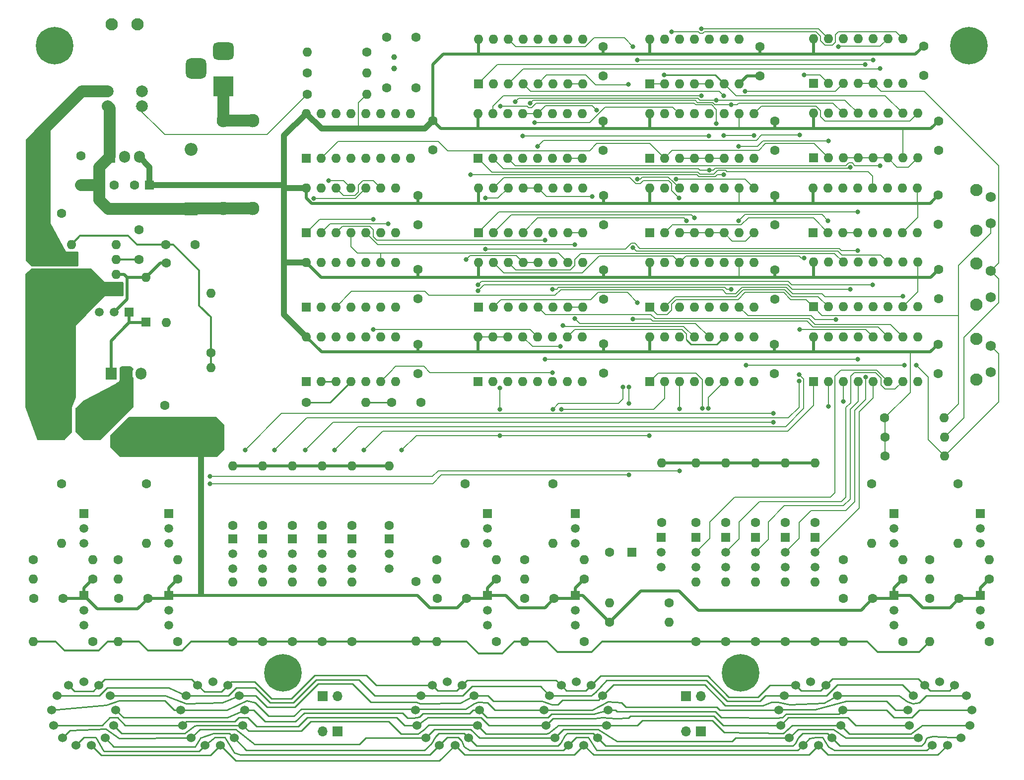
<source format=gbr>
G04 #@! TF.GenerationSoftware,KiCad,Pcbnew,(6.0.10)*
G04 #@! TF.CreationDate,2023-04-15T17:26:43+02:00*
G04 #@! TF.ProjectId,NixieClock,4e697869-6543-46c6-9f63-6b2e6b696361,rev?*
G04 #@! TF.SameCoordinates,Original*
G04 #@! TF.FileFunction,Copper,L1,Top*
G04 #@! TF.FilePolarity,Positive*
%FSLAX46Y46*%
G04 Gerber Fmt 4.6, Leading zero omitted, Abs format (unit mm)*
G04 Created by KiCad (PCBNEW (6.0.10)) date 2023-04-15 17:26:43*
%MOMM*%
%LPD*%
G01*
G04 APERTURE LIST*
G04 Aperture macros list*
%AMRoundRect*
0 Rectangle with rounded corners*
0 $1 Rounding radius*
0 $2 $3 $4 $5 $6 $7 $8 $9 X,Y pos of 4 corners*
0 Add a 4 corners polygon primitive as box body*
4,1,4,$2,$3,$4,$5,$6,$7,$8,$9,$2,$3,0*
0 Add four circle primitives for the rounded corners*
1,1,$1+$1,$2,$3*
1,1,$1+$1,$4,$5*
1,1,$1+$1,$6,$7*
1,1,$1+$1,$8,$9*
0 Add four rect primitives between the rounded corners*
20,1,$1+$1,$2,$3,$4,$5,0*
20,1,$1+$1,$4,$5,$6,$7,0*
20,1,$1+$1,$6,$7,$8,$9,0*
20,1,$1+$1,$8,$9,$2,$3,0*%
G04 Aperture macros list end*
G04 #@! TA.AperFunction,ComponentPad*
%ADD10C,1.600000*%
G04 #@! TD*
G04 #@! TA.AperFunction,ComponentPad*
%ADD11R,1.600000X1.600000*%
G04 #@! TD*
G04 #@! TA.AperFunction,ComponentPad*
%ADD12O,2.200000X2.200000*%
G04 #@! TD*
G04 #@! TA.AperFunction,ComponentPad*
%ADD13R,2.200000X2.200000*%
G04 #@! TD*
G04 #@! TA.AperFunction,ComponentPad*
%ADD14O,1.600000X1.600000*%
G04 #@! TD*
G04 #@! TA.AperFunction,ComponentPad*
%ADD15R,3.500000X3.500000*%
G04 #@! TD*
G04 #@! TA.AperFunction,ComponentPad*
%ADD16RoundRect,0.750000X-1.000000X0.750000X-1.000000X-0.750000X1.000000X-0.750000X1.000000X0.750000X0*%
G04 #@! TD*
G04 #@! TA.AperFunction,ComponentPad*
%ADD17RoundRect,0.875000X-0.875000X0.875000X-0.875000X-0.875000X0.875000X-0.875000X0.875000X0.875000X0*%
G04 #@! TD*
G04 #@! TA.AperFunction,ComponentPad*
%ADD18C,3.200000*%
G04 #@! TD*
G04 #@! TA.AperFunction,ComponentPad*
%ADD19C,1.524000*%
G04 #@! TD*
G04 #@! TA.AperFunction,ComponentPad*
%ADD20R,1.500000X1.500000*%
G04 #@! TD*
G04 #@! TA.AperFunction,ComponentPad*
%ADD21C,1.500000*%
G04 #@! TD*
G04 #@! TA.AperFunction,ComponentPad*
%ADD22O,1.905000X2.000000*%
G04 #@! TD*
G04 #@! TA.AperFunction,ComponentPad*
%ADD23R,1.905000X2.000000*%
G04 #@! TD*
G04 #@! TA.AperFunction,ComponentPad*
%ADD24C,1.000000*%
G04 #@! TD*
G04 #@! TA.AperFunction,WasherPad*
%ADD25C,2.100000*%
G04 #@! TD*
G04 #@! TA.AperFunction,ComponentPad*
%ADD26C,2.000000*%
G04 #@! TD*
G04 #@! TA.AperFunction,ComponentPad*
%ADD27C,6.400000*%
G04 #@! TD*
G04 #@! TA.AperFunction,ComponentPad*
%ADD28C,2.100000*%
G04 #@! TD*
G04 #@! TA.AperFunction,ComponentPad*
%ADD29C,1.750000*%
G04 #@! TD*
G04 #@! TA.AperFunction,ComponentPad*
%ADD30C,2.300000*%
G04 #@! TD*
G04 #@! TA.AperFunction,ComponentPad*
%ADD31R,1.700000X1.700000*%
G04 #@! TD*
G04 #@! TA.AperFunction,ComponentPad*
%ADD32O,1.700000X1.700000*%
G04 #@! TD*
G04 #@! TA.AperFunction,ViaPad*
%ADD33C,0.800000*%
G04 #@! TD*
G04 #@! TA.AperFunction,Conductor*
%ADD34C,0.203200*%
G04 #@! TD*
G04 #@! TA.AperFunction,Conductor*
%ADD35C,0.508000*%
G04 #@! TD*
G04 #@! TA.AperFunction,Conductor*
%ADD36C,1.000000*%
G04 #@! TD*
G04 #@! TA.AperFunction,Conductor*
%ADD37C,2.000000*%
G04 #@! TD*
G04 #@! TA.AperFunction,Conductor*
%ADD38C,0.304800*%
G04 #@! TD*
G04 #@! TA.AperFunction,Conductor*
%ADD39C,0.250000*%
G04 #@! TD*
G04 #@! TA.AperFunction,Conductor*
%ADD40C,0.254000*%
G04 #@! TD*
G04 APERTURE END LIST*
D10*
X122936000Y-130302000D03*
X117936000Y-130302000D03*
X177292000Y-130302000D03*
X172292000Y-130302000D03*
D11*
X205486000Y-122428000D03*
D10*
X201686000Y-122428000D03*
X192238000Y-130302000D03*
X187238000Y-130302000D03*
X246594000Y-130302000D03*
X241594000Y-130302000D03*
X261326000Y-130302000D03*
X256326000Y-130302000D03*
X125800000Y-97335302D03*
D11*
X125800000Y-101135302D03*
D10*
X229868009Y-74210000D03*
X229868009Y-79210000D03*
X257758009Y-61475000D03*
X257758009Y-66475000D03*
X229853009Y-61510000D03*
X229853009Y-66510000D03*
X257778009Y-48820000D03*
X257778009Y-53820000D03*
X229853009Y-48810000D03*
X229853009Y-53810000D03*
X200650000Y-86900000D03*
X200650000Y-91900000D03*
X200658009Y-74210000D03*
X200658009Y-79210000D03*
X200643009Y-61520000D03*
X200643009Y-66520000D03*
X200591000Y-53820000D03*
X200591000Y-48820000D03*
X200623009Y-36120000D03*
X200623009Y-41120000D03*
X171550000Y-48800000D03*
X171550000Y-53800000D03*
X229816000Y-86950000D03*
X229816000Y-91950000D03*
X257756000Y-86910000D03*
X257756000Y-91910000D03*
X227318009Y-36110000D03*
X227318009Y-41110000D03*
X163670000Y-34554000D03*
X168670000Y-34554000D03*
X163670000Y-43190000D03*
X168670000Y-43190000D03*
D11*
X123200000Y-59800000D03*
D10*
X120700000Y-59800000D03*
X117149327Y-59800000D03*
D11*
X114649327Y-59800000D03*
D10*
X111494887Y-54800000D03*
X111494887Y-59800000D03*
X131000000Y-69930000D03*
X126000000Y-69930000D03*
X108197349Y-64600000D03*
D11*
X104397349Y-64600000D03*
D10*
X121400000Y-67430000D03*
X121400000Y-72430000D03*
D12*
X119200000Y-95420000D03*
D13*
X119200000Y-103040000D03*
X130350000Y-63860000D03*
D12*
X130350000Y-53700000D03*
D14*
X122600000Y-75520000D03*
D11*
X122600000Y-83140000D03*
D15*
X135850000Y-42880000D03*
D16*
X135850000Y-36880000D03*
D17*
X131150000Y-39880000D03*
D18*
X113000000Y-99430000D03*
X107000000Y-99430000D03*
D19*
X112000000Y-144500000D03*
X109440000Y-145130000D03*
X107470000Y-146880000D03*
X106540000Y-149340000D03*
X106860000Y-151950000D03*
X108350000Y-154120000D03*
X110680000Y-155340000D03*
X113320000Y-155340000D03*
X115650000Y-154120000D03*
X117140000Y-151950000D03*
X117460000Y-149340000D03*
X116530000Y-146880000D03*
X114560000Y-145130000D03*
X134000000Y-144500000D03*
X131440000Y-145130000D03*
X129470000Y-146880000D03*
X128540000Y-149340000D03*
X128860000Y-151950000D03*
X130350000Y-154120000D03*
X132680000Y-155340000D03*
X135320000Y-155340000D03*
X137650000Y-154120000D03*
X139140000Y-151950000D03*
X139460000Y-149340000D03*
X138530000Y-146880000D03*
X136560000Y-145130000D03*
X174000000Y-144500000D03*
X171440000Y-145130000D03*
X169470000Y-146880000D03*
X168540000Y-149340000D03*
X168860000Y-151950000D03*
X170350000Y-154120000D03*
X172680000Y-155340000D03*
X175320000Y-155340000D03*
X177650000Y-154120000D03*
X179140000Y-151950000D03*
X179460000Y-149340000D03*
X178530000Y-146880000D03*
X176560000Y-145130000D03*
X196000000Y-144500000D03*
X193440000Y-145130000D03*
X191470000Y-146880000D03*
X190540000Y-149340000D03*
X190860000Y-151950000D03*
X192350000Y-154120000D03*
X194680000Y-155340000D03*
X197320000Y-155340000D03*
X199650000Y-154120000D03*
X201140000Y-151950000D03*
X201460000Y-149340000D03*
X200530000Y-146880000D03*
X198560000Y-145130000D03*
X236000000Y-144500000D03*
X233440000Y-145130000D03*
X231470000Y-146880000D03*
X230540000Y-149340000D03*
X230860000Y-151950000D03*
X232350000Y-154120000D03*
X234680000Y-155340000D03*
X237320000Y-155340000D03*
X239650000Y-154120000D03*
X241140000Y-151950000D03*
X241460000Y-149340000D03*
X240530000Y-146880000D03*
X238560000Y-145130000D03*
X258000000Y-144500000D03*
X255440000Y-145130000D03*
X253470000Y-146880000D03*
X252540000Y-149340000D03*
X252860000Y-151950000D03*
X254350000Y-154120000D03*
X256680000Y-155340000D03*
X259320000Y-155340000D03*
X261650000Y-154120000D03*
X263140000Y-151950000D03*
X263460000Y-149340000D03*
X262530000Y-146880000D03*
X260560000Y-145130000D03*
D20*
X112014000Y-129794000D03*
D21*
X112014000Y-132334000D03*
X112014000Y-134874000D03*
D20*
X126492000Y-129794000D03*
D21*
X126492000Y-132334000D03*
X126492000Y-134874000D03*
D20*
X180848000Y-129794000D03*
D21*
X180848000Y-132334000D03*
X180848000Y-134874000D03*
D20*
X112014000Y-115824000D03*
D21*
X112014000Y-118364000D03*
X112014000Y-120904000D03*
D20*
X126492000Y-115824000D03*
D21*
X126492000Y-118364000D03*
X126492000Y-120904000D03*
D20*
X180848000Y-115824000D03*
D21*
X180848000Y-118364000D03*
X180848000Y-120904000D03*
D20*
X195834000Y-129794000D03*
D21*
X195834000Y-132334000D03*
X195834000Y-134874000D03*
D20*
X250190000Y-129794000D03*
D21*
X250190000Y-132334000D03*
X250190000Y-134874000D03*
D20*
X264922000Y-129794000D03*
D21*
X264922000Y-132334000D03*
X264922000Y-134874000D03*
D20*
X164083994Y-120142000D03*
D21*
X164083994Y-122682000D03*
X164083994Y-125222000D03*
D20*
X210460000Y-119888000D03*
D21*
X210460000Y-122428000D03*
X210460000Y-124968000D03*
D20*
X195834000Y-115824000D03*
D21*
X195834000Y-118364000D03*
X195834000Y-120904000D03*
D20*
X250190000Y-115824000D03*
D21*
X250190000Y-118364000D03*
X250190000Y-120904000D03*
D20*
X264922000Y-115824000D03*
D21*
X264922000Y-118364000D03*
X264922000Y-120904000D03*
D20*
X137414000Y-120142000D03*
D21*
X137414000Y-122682000D03*
X137414000Y-125222000D03*
D20*
X142494000Y-120142000D03*
D21*
X142494000Y-122682000D03*
X142494000Y-125222000D03*
D20*
X147574000Y-120142000D03*
D21*
X147574000Y-122682000D03*
X147574000Y-125222000D03*
D20*
X152654000Y-120142000D03*
D21*
X152654000Y-122682000D03*
X152654000Y-125222000D03*
D20*
X157734000Y-120142000D03*
D21*
X157734000Y-122682000D03*
X157734000Y-125222000D03*
D20*
X216408000Y-119888000D03*
D21*
X216408000Y-122428000D03*
X216408000Y-124968000D03*
D20*
X221488000Y-119888000D03*
D21*
X221488000Y-122428000D03*
X221488000Y-124968000D03*
D20*
X226568000Y-119888000D03*
D21*
X226568000Y-122428000D03*
X226568000Y-124968000D03*
D20*
X231648000Y-119888000D03*
D21*
X231648000Y-122428000D03*
X231648000Y-124968000D03*
D20*
X236728000Y-119888000D03*
D21*
X236728000Y-122428000D03*
X236728000Y-124968000D03*
D22*
X121740000Y-91930000D03*
X119200000Y-91930000D03*
D23*
X116660000Y-91930000D03*
D21*
X114660000Y-81430000D03*
X117200000Y-81430000D03*
D20*
X119740000Y-81430000D03*
D10*
X113538000Y-127000000D03*
D14*
X103378000Y-127000000D03*
D10*
X128016000Y-127000000D03*
D14*
X117856000Y-127000000D03*
D10*
X182372000Y-127000000D03*
D14*
X172212000Y-127000000D03*
D10*
X201676000Y-134366000D03*
D14*
X211836000Y-134366000D03*
D10*
X103378000Y-123698000D03*
D14*
X113538000Y-123698000D03*
D10*
X117856000Y-123698000D03*
D14*
X128016000Y-123698000D03*
D10*
X172212000Y-123698000D03*
D14*
X182372000Y-123698000D03*
D10*
X128016000Y-137668000D03*
D14*
X117856000Y-137668000D03*
D10*
X182372000Y-137668000D03*
D14*
X172212000Y-137668000D03*
D10*
X108204000Y-110744000D03*
D14*
X108204000Y-120904000D03*
D10*
X122682000Y-110744000D03*
D14*
X122682000Y-120904000D03*
D10*
X177038000Y-110744000D03*
D14*
X177038000Y-120904000D03*
D10*
X211836000Y-131064000D03*
D14*
X201676000Y-131064000D03*
D10*
X197358000Y-127000000D03*
D14*
X187198000Y-127000000D03*
D10*
X251714000Y-127000000D03*
D14*
X241554000Y-127000000D03*
D10*
X266446000Y-127000000D03*
D14*
X256286000Y-127000000D03*
D10*
X187198000Y-123698000D03*
D14*
X197358000Y-123698000D03*
D10*
X241554000Y-123698000D03*
D14*
X251714000Y-123698000D03*
D10*
X256286000Y-123698000D03*
D14*
X266446000Y-123698000D03*
D10*
X164084000Y-117856000D03*
D14*
X164084000Y-107696000D03*
D10*
X210566000Y-117348000D03*
D14*
X210566000Y-107188000D03*
D10*
X197358000Y-137668000D03*
D14*
X187198000Y-137668000D03*
D10*
X251714000Y-137668000D03*
D14*
X241554000Y-137668000D03*
D10*
X266446000Y-137668000D03*
D14*
X256286000Y-137668000D03*
D10*
X192024000Y-110744000D03*
D14*
X192024000Y-120904000D03*
D10*
X246380000Y-110744000D03*
D14*
X246380000Y-120904000D03*
D10*
X261112000Y-110744000D03*
D14*
X261112000Y-120904000D03*
D10*
X168700000Y-127420000D03*
D14*
X168700000Y-137580000D03*
D10*
X137414000Y-137668000D03*
D14*
X137414000Y-127508000D03*
D10*
X142494000Y-137668000D03*
D14*
X142494000Y-127508000D03*
D10*
X147574000Y-137668000D03*
D14*
X147574000Y-127508000D03*
D10*
X152654000Y-137668000D03*
D14*
X152654000Y-127508000D03*
D10*
X157734000Y-137668000D03*
D14*
X157734000Y-127508000D03*
D10*
X137414000Y-117856000D03*
D14*
X137414000Y-107696000D03*
D10*
X142494000Y-117856000D03*
D14*
X142494000Y-107696000D03*
D10*
X147574000Y-117856000D03*
D14*
X147574000Y-107696000D03*
D10*
X152654000Y-117856000D03*
D14*
X152654000Y-107696000D03*
D10*
X157734000Y-117856000D03*
D14*
X157734000Y-107696000D03*
D10*
X216408000Y-137668000D03*
D14*
X216408000Y-127508000D03*
D10*
X221488000Y-137668000D03*
D14*
X221488000Y-127508000D03*
D10*
X226568000Y-137668000D03*
D14*
X226568000Y-127508000D03*
D10*
X231648000Y-137668000D03*
D14*
X231648000Y-127508000D03*
D10*
X236728000Y-137668000D03*
D14*
X236728000Y-127508000D03*
D10*
X216408000Y-117348000D03*
D14*
X216408000Y-107188000D03*
D10*
X221488000Y-117348000D03*
D14*
X221488000Y-107188000D03*
D10*
X226568000Y-117348000D03*
D14*
X226568000Y-107188000D03*
D10*
X231648000Y-117348000D03*
D14*
X231648000Y-107188000D03*
D10*
X236728000Y-117348000D03*
D14*
X236728000Y-107188000D03*
D10*
X160312989Y-37104008D03*
D14*
X150152989Y-37104008D03*
X160312999Y-40660008D03*
D10*
X150152999Y-40660008D03*
X149960000Y-96826000D03*
D14*
X160120000Y-96826000D03*
D10*
X248670000Y-106000000D03*
D14*
X258830000Y-106000000D03*
X258830000Y-102750000D03*
D10*
X248670000Y-102750000D03*
X248632009Y-99500000D03*
D14*
X258792009Y-99500000D03*
D10*
X150152999Y-44240000D03*
D14*
X160312999Y-44240000D03*
X106500000Y-72450000D03*
D10*
X106500000Y-82610000D03*
D14*
X103452000Y-72450000D03*
D10*
X103452000Y-82610000D03*
D14*
X133700000Y-90950000D03*
D10*
X133700000Y-101110000D03*
D14*
X133700000Y-78250000D03*
D10*
X133700000Y-88410000D03*
D14*
X126100000Y-83210000D03*
D10*
X126100000Y-73050000D03*
D14*
X236472009Y-34780000D03*
X239012009Y-34780000D03*
X241552009Y-34780000D03*
X244092009Y-34780000D03*
X246632009Y-34780000D03*
X249172009Y-34780000D03*
X251712009Y-34780000D03*
X251712009Y-42400000D03*
X249172009Y-42400000D03*
X246632009Y-42400000D03*
X244092009Y-42400000D03*
X241552009Y-42400000D03*
X239012009Y-42400000D03*
D11*
X236472009Y-42400000D03*
X208502009Y-42480000D03*
D14*
X211042009Y-42480000D03*
X213582009Y-42480000D03*
X216122009Y-42480000D03*
X218662009Y-42480000D03*
X221202009Y-42480000D03*
X223742009Y-42480000D03*
X223742009Y-34860000D03*
X221202009Y-34860000D03*
X218662009Y-34860000D03*
X216122009Y-34860000D03*
X213582009Y-34860000D03*
X211042009Y-34860000D03*
X208502009Y-34860000D03*
D11*
X149960000Y-93270000D03*
D14*
X152500000Y-93270000D03*
X155040000Y-93270000D03*
X157580000Y-93270000D03*
X160120000Y-93270000D03*
X162660000Y-93270000D03*
X165200000Y-93270000D03*
X165200000Y-85650000D03*
X162660000Y-85650000D03*
X160120000Y-85650000D03*
X157580000Y-85650000D03*
X155040000Y-85650000D03*
X152500000Y-85650000D03*
X149960000Y-85650000D03*
D11*
X149942335Y-80570000D03*
D14*
X152482335Y-80570000D03*
X155022335Y-80570000D03*
X157562335Y-80570000D03*
X160102335Y-80570000D03*
X162642335Y-80570000D03*
X165182335Y-80570000D03*
X165182335Y-72950000D03*
X162642335Y-72950000D03*
X160102335Y-72950000D03*
X157562335Y-72950000D03*
X155022335Y-72950000D03*
X152482335Y-72950000D03*
X149942335Y-72950000D03*
D11*
X179270000Y-93280000D03*
D14*
X181810000Y-93280000D03*
X184350000Y-93280000D03*
X186890000Y-93280000D03*
X189430000Y-93280000D03*
X191970000Y-93280000D03*
X194510000Y-93280000D03*
X197050000Y-93280000D03*
X197050000Y-85660000D03*
X194510000Y-85660000D03*
X191970000Y-85660000D03*
X189430000Y-85660000D03*
X186890000Y-85660000D03*
X184350000Y-85660000D03*
X181810000Y-85660000D03*
X179270000Y-85660000D03*
D11*
X149960000Y-67870000D03*
D14*
X152500000Y-67870000D03*
X155040000Y-67870000D03*
X157580000Y-67870000D03*
X160120000Y-67870000D03*
X162660000Y-67870000D03*
X165200000Y-67870000D03*
X165200000Y-60250000D03*
X162660000Y-60250000D03*
X160120000Y-60250000D03*
X157580000Y-60250000D03*
X155040000Y-60250000D03*
X152500000Y-60250000D03*
X149960000Y-60250000D03*
D11*
X149960000Y-55170000D03*
D14*
X152500000Y-55170000D03*
X155040000Y-55170000D03*
X157580000Y-55170000D03*
X160120000Y-55170000D03*
X162660000Y-55170000D03*
X165200000Y-55170000D03*
X167740000Y-55170000D03*
X167740000Y-47550000D03*
X165200000Y-47550000D03*
X162660000Y-47550000D03*
X160120000Y-47550000D03*
X157580000Y-47550000D03*
X155040000Y-47550000D03*
X152500000Y-47550000D03*
X149960000Y-47550000D03*
D11*
X236472009Y-93280000D03*
D14*
X239012009Y-93280000D03*
X241552009Y-93280000D03*
X244092009Y-93280000D03*
X246632009Y-93280000D03*
X249172009Y-93280000D03*
X251712009Y-93280000D03*
X254252009Y-93280000D03*
X254252009Y-85660000D03*
X251712009Y-85660000D03*
X249172009Y-85660000D03*
X246632009Y-85660000D03*
X244092009Y-85660000D03*
X241552009Y-85660000D03*
X239012009Y-85660000D03*
X236472009Y-85660000D03*
D11*
X208532009Y-93320000D03*
D14*
X211072009Y-93320000D03*
X213612009Y-93320000D03*
X216152009Y-93320000D03*
X218692009Y-93320000D03*
X221232009Y-93320000D03*
X223772009Y-93320000D03*
X226312009Y-93320000D03*
X226312009Y-85700000D03*
X223772009Y-85700000D03*
X221232009Y-85700000D03*
X218692009Y-85700000D03*
X216152009Y-85700000D03*
X213612009Y-85700000D03*
X211072009Y-85700000D03*
X208532009Y-85700000D03*
D11*
X179322009Y-80580000D03*
D14*
X181862009Y-80580000D03*
X184402009Y-80580000D03*
X186942009Y-80580000D03*
X189482009Y-80580000D03*
X192022009Y-80580000D03*
X194562009Y-80580000D03*
X197102009Y-80580000D03*
X197102009Y-72960000D03*
X194562009Y-72960000D03*
X192022009Y-72960000D03*
X189482009Y-72960000D03*
X186942009Y-72960000D03*
X184402009Y-72960000D03*
X181862009Y-72960000D03*
X179322009Y-72960000D03*
D11*
X179322009Y-67880000D03*
D14*
X181862009Y-67880000D03*
X184402009Y-67880000D03*
X186942009Y-67880000D03*
X189482009Y-67880000D03*
X192022009Y-67880000D03*
X194562009Y-67880000D03*
X197102009Y-67880000D03*
X197102009Y-60260000D03*
X194562009Y-60260000D03*
X192022009Y-60260000D03*
X189482009Y-60260000D03*
X186942009Y-60260000D03*
X184402009Y-60260000D03*
X181862009Y-60260000D03*
X179322009Y-60260000D03*
D11*
X179270000Y-55180000D03*
D14*
X181810000Y-55180000D03*
X184350000Y-55180000D03*
X186890000Y-55180000D03*
X189430000Y-55180000D03*
X191970000Y-55180000D03*
X194510000Y-55180000D03*
X197050000Y-55180000D03*
X197050000Y-47560000D03*
X194510000Y-47560000D03*
X191970000Y-47560000D03*
X189430000Y-47560000D03*
X186890000Y-47560000D03*
X184350000Y-47560000D03*
X181810000Y-47560000D03*
X179270000Y-47560000D03*
D11*
X179302009Y-42480000D03*
D14*
X181842009Y-42480000D03*
X184382009Y-42480000D03*
X186922009Y-42480000D03*
X189462009Y-42480000D03*
X192002009Y-42480000D03*
X194542009Y-42480000D03*
X197082009Y-42480000D03*
X197082009Y-34860000D03*
X194542009Y-34860000D03*
X192002009Y-34860000D03*
X189462009Y-34860000D03*
X186922009Y-34860000D03*
X184382009Y-34860000D03*
X181842009Y-34860000D03*
X179302009Y-34860000D03*
D11*
X236457009Y-55140000D03*
D14*
X238997009Y-55140000D03*
X241537009Y-55140000D03*
X244077009Y-55140000D03*
X246617009Y-55140000D03*
X249157009Y-55140000D03*
X251697009Y-55140000D03*
X254237009Y-55140000D03*
X254237009Y-47520000D03*
X251697009Y-47520000D03*
X249157009Y-47520000D03*
X246617009Y-47520000D03*
X244077009Y-47520000D03*
X241537009Y-47520000D03*
X238997009Y-47520000D03*
X236457009Y-47520000D03*
D11*
X208517009Y-55180000D03*
D14*
X211057009Y-55180000D03*
X213597009Y-55180000D03*
X216137009Y-55180000D03*
X218677009Y-55180000D03*
X221217009Y-55180000D03*
X223757009Y-55180000D03*
X226297009Y-55180000D03*
X226297009Y-47560000D03*
X223757009Y-47560000D03*
X221217009Y-47560000D03*
X218677009Y-47560000D03*
X216137009Y-47560000D03*
X213597009Y-47560000D03*
X211057009Y-47560000D03*
X208517009Y-47560000D03*
D11*
X236437009Y-67875000D03*
D14*
X238977009Y-67875000D03*
X241517009Y-67875000D03*
X244057009Y-67875000D03*
X246597009Y-67875000D03*
X249137009Y-67875000D03*
X251677009Y-67875000D03*
X254217009Y-67875000D03*
X254217009Y-60255000D03*
X251677009Y-60255000D03*
X249137009Y-60255000D03*
X246597009Y-60255000D03*
X244057009Y-60255000D03*
X241517009Y-60255000D03*
X238977009Y-60255000D03*
X236437009Y-60255000D03*
D11*
X208517009Y-67880000D03*
D14*
X211057009Y-67880000D03*
X213597009Y-67880000D03*
X216137009Y-67880000D03*
X218677009Y-67880000D03*
X221217009Y-67880000D03*
X223757009Y-67880000D03*
X226297009Y-67880000D03*
X226297009Y-60260000D03*
X223757009Y-60260000D03*
X221217009Y-60260000D03*
X218677009Y-60260000D03*
X216137009Y-60260000D03*
X213597009Y-60260000D03*
X211057009Y-60260000D03*
X208517009Y-60260000D03*
D11*
X236472009Y-80540000D03*
D14*
X239012009Y-80540000D03*
X241552009Y-80540000D03*
X244092009Y-80540000D03*
X246632009Y-80540000D03*
X249172009Y-80540000D03*
X251712009Y-80540000D03*
X254252009Y-80540000D03*
X254252009Y-72920000D03*
X251712009Y-72920000D03*
X249172009Y-72920000D03*
X246632009Y-72920000D03*
X244092009Y-72920000D03*
X241552009Y-72920000D03*
X239012009Y-72920000D03*
X236472009Y-72920000D03*
D11*
X208547009Y-80570000D03*
D14*
X211087009Y-80570000D03*
X213627009Y-80570000D03*
X216167009Y-80570000D03*
X218707009Y-80570000D03*
X221247009Y-80570000D03*
X223787009Y-80570000D03*
X226327009Y-80570000D03*
X226327009Y-72950000D03*
X223787009Y-72950000D03*
X221247009Y-72950000D03*
X218707009Y-72950000D03*
X216167009Y-72950000D03*
X213627009Y-72950000D03*
X211087009Y-72950000D03*
X208547009Y-72950000D03*
D22*
X121484887Y-54980000D03*
X118944887Y-54980000D03*
D23*
X116404887Y-54980000D03*
D14*
X109880000Y-77530000D03*
X109880000Y-74990000D03*
X109880000Y-72450000D03*
X109880000Y-69910000D03*
X117500000Y-69910000D03*
X117500000Y-72450000D03*
X117500000Y-74990000D03*
D11*
X117500000Y-77530000D03*
D24*
X164900000Y-39831993D03*
X164900000Y-37931993D03*
D10*
X108458000Y-130302000D03*
X103458000Y-130302000D03*
X113538000Y-137668000D03*
D14*
X103378000Y-137668000D03*
D25*
X116800000Y-32380000D03*
X121200000Y-32380000D03*
D26*
X121950000Y-46280000D03*
X121950000Y-43780000D03*
X116050000Y-46280000D03*
X116050000Y-43780000D03*
D27*
X224000000Y-143000000D03*
X107000000Y-36000000D03*
D28*
X264247500Y-92985000D03*
X264247500Y-85975000D03*
D29*
X266737500Y-87225000D03*
X266737500Y-91725000D03*
D27*
X263000000Y-36000000D03*
X146000000Y-143000000D03*
D29*
X266737500Y-78925000D03*
X266737500Y-74425000D03*
D28*
X264247500Y-73175000D03*
X264247500Y-80185000D03*
D30*
X140850000Y-63780000D03*
X135850000Y-63780000D03*
X135850000Y-48780000D03*
X140850000Y-48780000D03*
D10*
X169010000Y-74200000D03*
X169010000Y-79200000D03*
D31*
X214750000Y-147000000D03*
D32*
X217290000Y-147000000D03*
D10*
X164476258Y-96838009D03*
X169476258Y-96838009D03*
D31*
X155300000Y-153000000D03*
D32*
X152760000Y-153000000D03*
D31*
X217300000Y-153000000D03*
D32*
X214760000Y-153000000D03*
D28*
X264247500Y-67585000D03*
X264247500Y-60575000D03*
D29*
X266737500Y-61825000D03*
X266737500Y-66325000D03*
D10*
X169008258Y-86912009D03*
X169008258Y-91912009D03*
X255288009Y-36030000D03*
X255288009Y-41030000D03*
X257823009Y-74160000D03*
X257823009Y-79160000D03*
X169026093Y-61563231D03*
X169026093Y-66563231D03*
D31*
X152750000Y-147000000D03*
D32*
X155290000Y-147000000D03*
D33*
X177200000Y-72500000D03*
X221200000Y-51300000D03*
X193300000Y-87300000D03*
X198750000Y-61750000D03*
X226300000Y-51300000D03*
X199453984Y-46953984D03*
X183000000Y-102500000D03*
X208500000Y-102500000D03*
X183000000Y-98000000D03*
X183000000Y-94397300D03*
X166250000Y-105000000D03*
X229650000Y-98750000D03*
X241600000Y-96700000D03*
X139500000Y-105000000D03*
X144500000Y-105000000D03*
X234000000Y-93212009D03*
X239012009Y-97512009D03*
X149750000Y-105000000D03*
X229650000Y-100250000D03*
X234000000Y-92100000D03*
X154750000Y-105000000D03*
X159750000Y-105000000D03*
X245400000Y-92500000D03*
X213600000Y-97950000D03*
X133500000Y-109500000D03*
X213600000Y-108500000D03*
X133506000Y-110744000D03*
X205000000Y-109250000D03*
X205002703Y-94250000D03*
X205002703Y-97000000D03*
X193500000Y-98000000D03*
X192000000Y-98000000D03*
X204000000Y-94250000D03*
X217500000Y-97900000D03*
X218502703Y-97852703D03*
X254000000Y-90500000D03*
X225000000Y-90500000D03*
X252000000Y-90500000D03*
X234896000Y-72198000D03*
X234896000Y-40956000D03*
X240282009Y-82750000D03*
X224773500Y-43750000D03*
X206400000Y-38400000D03*
X206448000Y-79818000D03*
X246632009Y-38417991D03*
X206448000Y-58736000D03*
X218689164Y-57212000D03*
X242770000Y-56704000D03*
X212290000Y-33590000D03*
X213066509Y-58736000D03*
X217370000Y-44512000D03*
X217370000Y-33082000D03*
X238960000Y-65848000D03*
X223720000Y-65848000D03*
X240738000Y-36130000D03*
X214830000Y-65848000D03*
X185620000Y-45528000D03*
X219910000Y-45274000D03*
X222450000Y-46036000D03*
X188160000Y-45782000D03*
X151230000Y-62028000D03*
X161390000Y-65584000D03*
X161390000Y-84380000D03*
X191970000Y-91756000D03*
X153770000Y-58980000D03*
X251712009Y-78749991D03*
X163930000Y-66346000D03*
X193750000Y-83750000D03*
X195780000Y-69912000D03*
X195750000Y-82554300D03*
X190700000Y-69150000D03*
X222450000Y-77532000D03*
X191970000Y-77532000D03*
X211020000Y-40956000D03*
X223720000Y-53142300D03*
X238997009Y-52247009D03*
X242770000Y-77532000D03*
X179270000Y-77786000D03*
X188922000Y-49084000D03*
X213560000Y-61983300D03*
X180540000Y-61993300D03*
X244040000Y-70928000D03*
X180540000Y-70674000D03*
X216150000Y-65350000D03*
X244040000Y-64324000D03*
X247850000Y-56450000D03*
X218640000Y-51370000D03*
X186890000Y-51370000D03*
X246580000Y-76770000D03*
X179270000Y-76770000D03*
X219910000Y-49250000D03*
X183080000Y-46290000D03*
X205686000Y-70420000D03*
X205686000Y-36130000D03*
X221180000Y-44512000D03*
X247800000Y-39900000D03*
X221180000Y-57974000D03*
X178000000Y-57974000D03*
X245300000Y-39200000D03*
X190700000Y-89470000D03*
X244040000Y-89470000D03*
X189430000Y-53148000D03*
X234134000Y-84390000D03*
X234134000Y-51250000D03*
X204924000Y-42600000D03*
X205686000Y-82612000D03*
D34*
X238452000Y-78802000D02*
X251660000Y-78802000D01*
X237944000Y-78294000D02*
X238452000Y-78802000D01*
X231850000Y-77200000D02*
X232944000Y-78294000D01*
X224250000Y-77200000D02*
X231850000Y-77200000D01*
X223156000Y-78294000D02*
X224250000Y-77200000D01*
X221606000Y-78294000D02*
X223156000Y-78294000D01*
X193350000Y-77650000D02*
X220962000Y-77650000D01*
X251660000Y-78802000D02*
X251712009Y-78749991D01*
X170896000Y-78600000D02*
X192400000Y-78600000D01*
X170196000Y-77900000D02*
X170896000Y-78600000D01*
X157692335Y-77900000D02*
X170196000Y-77900000D01*
X232944000Y-78294000D02*
X237944000Y-78294000D01*
X155022335Y-80570000D02*
X157692335Y-77900000D01*
X192400000Y-78600000D02*
X193350000Y-77650000D01*
X220962000Y-77650000D02*
X221606000Y-78294000D01*
X190942009Y-41000000D02*
X189462009Y-42480000D01*
X197650000Y-41000000D02*
X190942009Y-41000000D01*
X199300000Y-42650000D02*
X197650000Y-41000000D01*
X204874000Y-42650000D02*
X199300000Y-42650000D01*
X204924000Y-42600000D02*
X204874000Y-42650000D01*
X179302009Y-42447991D02*
X179302009Y-42480000D01*
X182550000Y-39200000D02*
X179302009Y-42447991D01*
X245300000Y-39200000D02*
X182550000Y-39200000D01*
X186912009Y-39950000D02*
X184382009Y-42480000D01*
X247800000Y-39900000D02*
X247750000Y-39950000D01*
X247750000Y-39950000D02*
X186912009Y-39950000D01*
X246614018Y-38400000D02*
X246632009Y-38417991D01*
X206400000Y-38400000D02*
X246614018Y-38400000D01*
D35*
X225112009Y-41110000D02*
X223742009Y-42480000D01*
X227318009Y-41110000D02*
X225112009Y-41110000D01*
D34*
X204206000Y-34650000D02*
X205686000Y-36130000D01*
X199050000Y-34650000D02*
X204206000Y-34650000D01*
X197570000Y-36130000D02*
X199050000Y-34650000D01*
X184382009Y-34860000D02*
X185652009Y-36130000D01*
X185652009Y-36130000D02*
X197570000Y-36130000D01*
D35*
X200623009Y-36120000D02*
X200623009Y-37423009D01*
X200650000Y-37450000D02*
X208400000Y-37450000D01*
X200623009Y-37423009D02*
X200650000Y-37450000D01*
X179250000Y-37450000D02*
X200650000Y-37450000D01*
X208502009Y-34860000D02*
X208502009Y-37347991D01*
X208502009Y-37347991D02*
X208400000Y-37450000D01*
X208400000Y-37450000D02*
X227200000Y-37450000D01*
X227318009Y-37331991D02*
X227200000Y-37450000D01*
X227200000Y-37450000D02*
X236500000Y-37450000D01*
X227318009Y-36110000D02*
X227318009Y-37331991D01*
X236472009Y-37422009D02*
X236500000Y-37450000D01*
X236500000Y-37450000D02*
X253868009Y-37450000D01*
X236472009Y-34780000D02*
X236472009Y-37422009D01*
X253868009Y-37450000D02*
X255288009Y-36030000D01*
D34*
X226957700Y-53142300D02*
X223720000Y-53142300D01*
X227850000Y-52250000D02*
X226957700Y-53142300D01*
X238994018Y-52250000D02*
X227850000Y-52250000D01*
X238997009Y-52247009D02*
X238994018Y-52250000D01*
X212367009Y-53870000D02*
X211057009Y-55180000D01*
X228300000Y-52700000D02*
X227130000Y-53870000D01*
X227130000Y-53870000D02*
X212367009Y-53870000D01*
X236557009Y-52700000D02*
X228300000Y-52700000D01*
X238997009Y-55140000D02*
X236557009Y-52700000D01*
X226718000Y-52132000D02*
X190446000Y-52132000D01*
X227600000Y-51250000D02*
X226718000Y-52132000D01*
X190446000Y-52132000D02*
X189430000Y-53148000D01*
X234134000Y-51250000D02*
X227600000Y-51250000D01*
X155370000Y-52300000D02*
X152500000Y-55170000D01*
X174060000Y-53910000D02*
X172450000Y-52300000D01*
X198310000Y-53910000D02*
X174060000Y-53910000D01*
X208577009Y-52700000D02*
X199520000Y-52700000D01*
X199520000Y-52700000D02*
X198310000Y-53910000D01*
X211057009Y-55180000D02*
X208577009Y-52700000D01*
X172450000Y-52300000D02*
X155370000Y-52300000D01*
D35*
X251610000Y-50140000D02*
X256458009Y-50140000D01*
X256458009Y-50140000D02*
X257778009Y-48820000D01*
X229853009Y-50140000D02*
X229853009Y-48810000D01*
X229843009Y-50150000D02*
X229853009Y-50140000D01*
X200591000Y-50150000D02*
X200591000Y-48820000D01*
D36*
X170220000Y-50130000D02*
X171550000Y-48800000D01*
X158810000Y-50130000D02*
X170220000Y-50130000D01*
D35*
X179220000Y-50150000D02*
X172900000Y-50150000D01*
X172900000Y-50150000D02*
X171550000Y-48800000D01*
X171550000Y-39210000D02*
X171550000Y-48800000D01*
X173310000Y-37450000D02*
X171550000Y-39210000D01*
X179250000Y-37450000D02*
X173310000Y-37450000D01*
X200650000Y-88204018D02*
X200697991Y-88252009D01*
X200650000Y-86900000D02*
X200650000Y-88204018D01*
X200697991Y-88252009D02*
X200952009Y-88252009D01*
X184402009Y-88252009D02*
X200697991Y-88252009D01*
D34*
X218502703Y-96049306D02*
X221232009Y-93320000D01*
X218502703Y-97852703D02*
X218502703Y-96049306D01*
X216450415Y-91900000D02*
X209952009Y-91900000D01*
X217500000Y-92949585D02*
X216450415Y-91900000D01*
X209952009Y-91900000D02*
X208532009Y-93320000D01*
X217500000Y-97900000D02*
X217500000Y-92949585D01*
X213600000Y-97950000D02*
X213612009Y-97937991D01*
X213612009Y-97937991D02*
X213612009Y-93320000D01*
X215650000Y-64850000D02*
X184892009Y-64850000D01*
X216150000Y-65350000D02*
X215650000Y-64850000D01*
X184892009Y-64850000D02*
X181862009Y-67880000D01*
X189422009Y-65400000D02*
X214382000Y-65400000D01*
X214382000Y-65400000D02*
X214830000Y-65848000D01*
X186942009Y-67880000D02*
X189422009Y-65400000D01*
X237912000Y-64800000D02*
X238960000Y-65848000D01*
X224768000Y-64800000D02*
X237912000Y-64800000D01*
X223720000Y-65848000D02*
X224768000Y-64800000D01*
X236452009Y-65350000D02*
X238977009Y-67875000D01*
X224130000Y-66570000D02*
X225350000Y-65350000D01*
X212327009Y-66570000D02*
X224130000Y-66570000D01*
X225350000Y-65350000D02*
X236452009Y-65350000D01*
D35*
X236472009Y-75402009D02*
X236610000Y-75540000D01*
X229760000Y-75540000D02*
X236610000Y-75540000D01*
X236610000Y-75540000D02*
X254340000Y-75540000D01*
X236472009Y-72920000D02*
X236472009Y-75402009D01*
D34*
X254256769Y-65295240D02*
X251677009Y-67875000D01*
X254256769Y-62893231D02*
X254256769Y-65295240D01*
X254217009Y-62853471D02*
X254256769Y-62893231D01*
X254217009Y-60255000D02*
X254217009Y-62853471D01*
D35*
X254256769Y-62893231D02*
X256339778Y-62893231D01*
X236493231Y-62893231D02*
X254256769Y-62893231D01*
D34*
X223757009Y-62857009D02*
X223793231Y-62893231D01*
X223757009Y-60260000D02*
X223757009Y-62857009D01*
D35*
X223793231Y-62893231D02*
X229993231Y-62893231D01*
X208456769Y-62893231D02*
X223793231Y-62893231D01*
X169026093Y-61563231D02*
X169026093Y-62873907D01*
X169026093Y-62873907D02*
X169006769Y-62893231D01*
X169006769Y-62893231D02*
X179206769Y-62893231D01*
X150882967Y-62893231D02*
X169006769Y-62893231D01*
X179322009Y-62777991D02*
X179206769Y-62893231D01*
X179322009Y-60260000D02*
X179322009Y-62777991D01*
X179206769Y-62893231D02*
X200656769Y-62893231D01*
X200643009Y-62879471D02*
X200656769Y-62893231D01*
X200656769Y-62893231D02*
X208456769Y-62893231D01*
X200643009Y-61520000D02*
X200643009Y-62879471D01*
X208517009Y-60260000D02*
X208517009Y-62832991D01*
X208517009Y-62832991D02*
X208456769Y-62893231D01*
X229853009Y-62753009D02*
X229993231Y-62893231D01*
X229853009Y-61510000D02*
X229853009Y-62753009D01*
X229993231Y-62893231D02*
X236493231Y-62893231D01*
X236437009Y-62837009D02*
X236493231Y-62893231D01*
X236437009Y-60255000D02*
X236437009Y-62837009D01*
X149960000Y-61970264D02*
X150882967Y-62893231D01*
X149960000Y-60250000D02*
X149960000Y-61970264D01*
X256339778Y-62893231D02*
X257758009Y-61475000D01*
D34*
X232120000Y-76770000D02*
X232882000Y-77532000D01*
X180286000Y-76770000D02*
X232120000Y-76770000D01*
X232882000Y-77532000D02*
X242770000Y-77532000D01*
X179270000Y-77786000D02*
X180286000Y-76770000D01*
X224450000Y-77650000D02*
X223298000Y-78802000D01*
X231600000Y-77650000D02*
X224450000Y-77650000D01*
X223298000Y-78802000D02*
X212855009Y-78802000D01*
X212855009Y-78802000D02*
X211087009Y-80570000D01*
X237274009Y-78802000D02*
X232752000Y-78802000D01*
X232752000Y-78802000D02*
X231600000Y-77650000D01*
X239012009Y-80540000D02*
X237274009Y-78802000D01*
X209827009Y-81850000D02*
X208547009Y-80570000D01*
X211528000Y-81850000D02*
X209827009Y-81850000D01*
X212290000Y-80072000D02*
X212290000Y-81088000D01*
X223610000Y-79310000D02*
X213052000Y-79310000D01*
X231400000Y-78100000D02*
X224820000Y-78100000D01*
X232590000Y-79290000D02*
X231400000Y-78100000D01*
X235242009Y-79310000D02*
X232590000Y-79310000D01*
X232590000Y-79310000D02*
X232590000Y-79290000D01*
X213052000Y-79310000D02*
X212290000Y-80072000D01*
X212290000Y-81088000D02*
X211528000Y-81850000D01*
X236472009Y-80540000D02*
X235242009Y-79310000D01*
X224820000Y-78100000D02*
X223610000Y-79310000D01*
X179840000Y-76200000D02*
X179270000Y-76770000D01*
X232200000Y-76200000D02*
X179840000Y-76200000D01*
X232770000Y-76770000D02*
X232200000Y-76200000D01*
X246580000Y-76770000D02*
X232770000Y-76770000D01*
X199700000Y-78100000D02*
X204730000Y-78100000D01*
X183132009Y-79310000D02*
X198490000Y-79310000D01*
X198490000Y-79310000D02*
X199700000Y-78100000D01*
X204730000Y-78100000D02*
X206448000Y-79818000D01*
X181862009Y-80580000D02*
X183132009Y-79310000D01*
X221300000Y-77200000D02*
X221632000Y-77532000D01*
X192668000Y-77532000D02*
X193000000Y-77200000D01*
X191970000Y-77532000D02*
X192668000Y-77532000D01*
X193000000Y-77200000D02*
X221300000Y-77200000D01*
X221632000Y-77532000D02*
X222450000Y-77532000D01*
X254252009Y-78000000D02*
X251712009Y-80540000D01*
X254252009Y-75452009D02*
X254252009Y-78000000D01*
X254252009Y-75452009D02*
X254340000Y-75540000D01*
X254252009Y-72920000D02*
X254252009Y-75452009D01*
D35*
X254340000Y-75540000D02*
X256443009Y-75540000D01*
X229868009Y-74210000D02*
X229868009Y-75431991D01*
X229868009Y-75431991D02*
X229760000Y-75540000D01*
X223760000Y-75540000D02*
X229760000Y-75540000D01*
X256443009Y-75540000D02*
X257823009Y-74160000D01*
X200658009Y-74210000D02*
X200658009Y-75540000D01*
X169060000Y-75540000D02*
X179310000Y-75540000D01*
X169010000Y-74200000D02*
X169010000Y-75490000D01*
X169010000Y-75490000D02*
X169060000Y-75540000D01*
X152532335Y-75540000D02*
X169060000Y-75540000D01*
X149942335Y-72950000D02*
X152532335Y-75540000D01*
D34*
X256000000Y-103170000D02*
X258830000Y-106000000D01*
X256000000Y-92500000D02*
X256000000Y-103170000D01*
X254000000Y-90500000D02*
X256000000Y-92500000D01*
X169988000Y-90700000D02*
X171044000Y-91756000D01*
X165230000Y-90700000D02*
X169988000Y-90700000D01*
X171044000Y-91756000D02*
X191970000Y-91756000D01*
X164174000Y-91756000D02*
X165230000Y-90700000D01*
D35*
X208532009Y-88132009D02*
X208652009Y-88252009D01*
X208652009Y-88252009D02*
X229852009Y-88252009D01*
X200952009Y-88252009D02*
X208652009Y-88252009D01*
X208532009Y-85700000D02*
X208532009Y-88132009D01*
X229816000Y-88216000D02*
X229852009Y-88252009D01*
X229816000Y-86950000D02*
X229816000Y-88216000D01*
X229852009Y-88252009D02*
X236447991Y-88252009D01*
X236472009Y-88227991D02*
X236447991Y-88252009D01*
X236472009Y-85660000D02*
X236472009Y-88227991D01*
X236447991Y-88252009D02*
X256413991Y-88252009D01*
X256413991Y-88252009D02*
X257756000Y-86910000D01*
X169008258Y-88191742D02*
X168947991Y-88252009D01*
X168947991Y-88252009D02*
X179217991Y-88252009D01*
X169008258Y-86912009D02*
X169008258Y-88191742D01*
X152562009Y-88252009D02*
X168947991Y-88252009D01*
X149960000Y-85650000D02*
X152562009Y-88252009D01*
D37*
X104397349Y-64600000D02*
X104434094Y-64563255D01*
X104434094Y-64563255D02*
X104434094Y-51065906D01*
X104434094Y-51065906D02*
X111720000Y-43780000D01*
X111720000Y-43780000D02*
X116050000Y-43780000D01*
X116404887Y-46634887D02*
X116050000Y-46280000D01*
X116404887Y-54980000D02*
X116404887Y-46634887D01*
D34*
X268100000Y-73062500D02*
X266737500Y-74425000D01*
X255350000Y-43750000D02*
X268100000Y-56500000D01*
X247982009Y-43750000D02*
X255350000Y-43750000D01*
X268100000Y-56500000D02*
X268100000Y-73062500D01*
X246632009Y-42400000D02*
X247982009Y-43750000D01*
X268100000Y-79800000D02*
X268100000Y-75787500D01*
X268100000Y-75787500D02*
X266737500Y-74425000D01*
X262100000Y-85800000D02*
X268100000Y-79800000D01*
X262100000Y-99480000D02*
X262100000Y-85800000D01*
X258830000Y-102750000D02*
X262100000Y-99480000D01*
X261200000Y-97100000D02*
X258800000Y-99500000D01*
X261200000Y-82000000D02*
X261200000Y-97100000D01*
X258800000Y-99500000D02*
X258792009Y-99500000D01*
X268100000Y-96730000D02*
X258830000Y-106000000D01*
X268100000Y-88587500D02*
X268100000Y-96730000D01*
X266737500Y-87225000D02*
X268100000Y-88587500D01*
X266737500Y-67962500D02*
X266737500Y-66325000D01*
X261200000Y-73500000D02*
X266737500Y-67962500D01*
X261200000Y-82000000D02*
X261200000Y-73500000D01*
X162660000Y-93270000D02*
X164174000Y-91756000D01*
D36*
X146160000Y-59800000D02*
X146170000Y-59790000D01*
X123200000Y-59800000D02*
X146160000Y-59800000D01*
D34*
X125820000Y-51150000D02*
X143242999Y-51150000D01*
X120950000Y-46280000D02*
X125820000Y-51150000D01*
X143242999Y-51150000D02*
X150152999Y-44240000D01*
X161400000Y-68550000D02*
X162000000Y-69150000D01*
X161400000Y-67372000D02*
X161400000Y-68550000D01*
X156144311Y-66765689D02*
X155040000Y-67870000D01*
X160793689Y-66765689D02*
X156144311Y-66765689D01*
X161400000Y-67372000D02*
X160793689Y-66765689D01*
X190700000Y-69150000D02*
X162000000Y-69150000D01*
X162162000Y-69912000D02*
X160120000Y-67870000D01*
X195780000Y-69912000D02*
X162162000Y-69912000D01*
X161400000Y-84390000D02*
X161390000Y-84380000D01*
X188160000Y-84390000D02*
X161400000Y-84390000D01*
X189430000Y-85660000D02*
X188160000Y-84390000D01*
D35*
X184400000Y-88252009D02*
X179217991Y-88252009D01*
D34*
X158870000Y-45682999D02*
X158870000Y-50070000D01*
X160312999Y-44240000D02*
X158870000Y-45682999D01*
X158870000Y-50070000D02*
X158810000Y-50130000D01*
D36*
X158810000Y-50130000D02*
X152540000Y-50130000D01*
D35*
X179302009Y-34860000D02*
X179302009Y-37397991D01*
X179302009Y-37397991D02*
X179250000Y-37450000D01*
D34*
X181810000Y-85660000D02*
X179270000Y-85660000D01*
X184350000Y-85660000D02*
X181810000Y-85660000D01*
X261200000Y-82000000D02*
X260500000Y-82000000D01*
D36*
X123200000Y-59800000D02*
X123200000Y-56695113D01*
X123200000Y-56695113D02*
X121484887Y-54980000D01*
X146170000Y-59790000D02*
X146170000Y-58490000D01*
X146170000Y-60490000D02*
X146170000Y-59790000D01*
D37*
X114649327Y-59800000D02*
X114649327Y-56735560D01*
X114649327Y-56735560D02*
X116404887Y-54980000D01*
X111494887Y-59800000D02*
X114649327Y-59800000D01*
X114649327Y-62349327D02*
X114649327Y-59800000D01*
X116160000Y-63860000D02*
X114649327Y-62349327D01*
X130350000Y-63860000D02*
X116160000Y-63860000D01*
D35*
X197104000Y-129794000D02*
X195834000Y-129794000D01*
X261326000Y-130302000D02*
X259728000Y-131900000D01*
X180848000Y-128524000D02*
X180848000Y-129794000D01*
X190640000Y-131900000D02*
X192238000Y-130302000D01*
X264414000Y-130302000D02*
X264922000Y-129794000D01*
X251714000Y-127000000D02*
X250190000Y-128524000D01*
X168910000Y-129794000D02*
X126492000Y-129794000D01*
X111506000Y-130302000D02*
X112014000Y-129794000D01*
X180340000Y-130302000D02*
X180848000Y-129794000D01*
X192238000Y-130302000D02*
X195326000Y-130302000D01*
X182372000Y-127000000D02*
X180848000Y-128524000D01*
X126492000Y-128524000D02*
X128016000Y-127000000D01*
X195326000Y-130302000D02*
X195834000Y-129794000D01*
X261326000Y-130302000D02*
X264414000Y-130302000D01*
X266446000Y-127000000D02*
X264922000Y-128524000D01*
X250190000Y-128524000D02*
X250190000Y-129794000D01*
X216800000Y-132300000D02*
X213500000Y-129000000D01*
X244596000Y-132300000D02*
X216800000Y-132300000D01*
X122936000Y-130364000D02*
X121200000Y-132100000D01*
X207042000Y-129000000D02*
X213500000Y-129000000D01*
X177292000Y-130302000D02*
X180340000Y-130302000D01*
D36*
X132000000Y-102810000D02*
X132000000Y-129550000D01*
D35*
X255100000Y-131900000D02*
X252994000Y-129794000D01*
X112014000Y-128524000D02*
X113538000Y-127000000D01*
X186100000Y-131900000D02*
X190640000Y-131900000D01*
X171016000Y-131900000D02*
X168910000Y-129794000D01*
X246594000Y-130302000D02*
X249682000Y-130302000D01*
X114320000Y-132100000D02*
X112014000Y-129794000D01*
X264922000Y-128524000D02*
X264922000Y-129794000D01*
X108458000Y-130302000D02*
X111506000Y-130302000D01*
X201676000Y-134366000D02*
X197104000Y-129794000D01*
X177292000Y-130302000D02*
X175694000Y-131900000D01*
X122936000Y-130302000D02*
X122936000Y-130364000D01*
X246594000Y-130302000D02*
X244596000Y-132300000D01*
D36*
X133700000Y-101110000D02*
X132000000Y-102810000D01*
D35*
X201676000Y-134366000D02*
X207042000Y-129000000D01*
X259728000Y-131900000D02*
X255100000Y-131900000D01*
X175694000Y-131900000D02*
X171016000Y-131900000D01*
X249682000Y-130302000D02*
X250190000Y-129794000D01*
X197358000Y-127000000D02*
X195834000Y-128524000D01*
X180848000Y-129794000D02*
X183994000Y-129794000D01*
X195834000Y-128524000D02*
X195834000Y-129794000D01*
X121200000Y-132100000D02*
X114320000Y-132100000D01*
X252994000Y-129794000D02*
X250190000Y-129794000D01*
X125984000Y-130302000D02*
X126492000Y-129794000D01*
X112014000Y-129794000D02*
X112014000Y-128524000D01*
X183994000Y-129794000D02*
X186100000Y-131900000D01*
X126492000Y-129794000D02*
X126492000Y-128524000D01*
X122936000Y-130302000D02*
X125984000Y-130302000D01*
D34*
X224877009Y-69300000D02*
X226297009Y-67880000D01*
X190740000Y-46250000D02*
X198750000Y-46250000D01*
X186942009Y-60260000D02*
X189482009Y-60260000D01*
D35*
X226568000Y-107188000D02*
X231648000Y-107188000D01*
D34*
X177893600Y-71806400D02*
X177200000Y-72500000D01*
D35*
X164084000Y-107696000D02*
X157734000Y-107696000D01*
D34*
X213597009Y-55180000D02*
X216137009Y-55180000D01*
X222637009Y-69300000D02*
X224877009Y-69300000D01*
D35*
X216408000Y-107188000D02*
X221488000Y-107188000D01*
D34*
X186890000Y-47560000D02*
X189430000Y-47560000D01*
X216137009Y-55180000D02*
X218677009Y-55180000D01*
X250717009Y-56700000D02*
X252677009Y-56700000D01*
X252677009Y-56700000D02*
X254237009Y-55140000D01*
X249157009Y-55140000D02*
X250717009Y-56700000D01*
D35*
X147574000Y-107696000D02*
X142494000Y-107696000D01*
D34*
X194542009Y-42480000D02*
X197082009Y-42480000D01*
X221200000Y-51300000D02*
X226300000Y-51300000D01*
X186942009Y-72960000D02*
X189482009Y-72960000D01*
X241517009Y-67875000D02*
X244057009Y-67875000D01*
X194510000Y-55180000D02*
X197050000Y-55180000D01*
X194562009Y-80580000D02*
X197102009Y-80580000D01*
X189482009Y-60260000D02*
X190972009Y-61750000D01*
X190972009Y-61750000D02*
X198750000Y-61750000D01*
D35*
X236728000Y-107188000D02*
X231648000Y-107188000D01*
D34*
X198750000Y-46250000D02*
X199453984Y-46953984D01*
X241537009Y-55140000D02*
X244077009Y-55140000D01*
X186890000Y-85660000D02*
X188530000Y-87300000D01*
X246617009Y-55140000D02*
X249157009Y-55140000D01*
D35*
X142494000Y-107696000D02*
X137414000Y-107696000D01*
D34*
X188530000Y-87300000D02*
X193300000Y-87300000D01*
D35*
X210566000Y-107188000D02*
X216408000Y-107188000D01*
D34*
X194562009Y-67880000D02*
X197102009Y-67880000D01*
X186942009Y-72960000D02*
X185788409Y-71806400D01*
D35*
X157734000Y-107696000D02*
X152654000Y-107696000D01*
D34*
X221217009Y-67880000D02*
X222637009Y-69300000D01*
X218677009Y-67880000D02*
X221217009Y-67880000D01*
X216137009Y-67880000D02*
X218677009Y-67880000D01*
X213597009Y-67880000D02*
X216137009Y-67880000D01*
X218677009Y-55180000D02*
X221217009Y-55180000D01*
D35*
X221488000Y-107188000D02*
X226568000Y-107188000D01*
D34*
X185788409Y-71806400D02*
X179300000Y-71806400D01*
X189430000Y-47560000D02*
X190740000Y-46250000D01*
D35*
X152654000Y-107696000D02*
X147574000Y-107696000D01*
D34*
X244077009Y-55140000D02*
X246617009Y-55140000D01*
X179300000Y-71806400D02*
X177893600Y-71806400D01*
D36*
X149960000Y-47550000D02*
X146170000Y-51340000D01*
X149960000Y-60250000D02*
X146410000Y-60250000D01*
D35*
X179322009Y-75527991D02*
X179310000Y-75540000D01*
D36*
X146410000Y-60250000D02*
X146170000Y-60490000D01*
D34*
X223757009Y-50062991D02*
X223670000Y-50150000D01*
X248670000Y-106000000D02*
X248670000Y-102750000D01*
D36*
X149942335Y-72950000D02*
X146210000Y-72950000D01*
X146170000Y-51340000D02*
X146170000Y-51490000D01*
X146170000Y-81860000D02*
X146170000Y-81490000D01*
D35*
X236460000Y-50140000D02*
X236457009Y-50137009D01*
X179270000Y-85660000D02*
X179270000Y-88200000D01*
D34*
X248670000Y-99537991D02*
X248632009Y-99500000D01*
X248632009Y-99500000D02*
X253000000Y-95132009D01*
D36*
X146170000Y-58490000D02*
X146170000Y-51490000D01*
D35*
X229853009Y-50140000D02*
X236460000Y-50140000D01*
X236457009Y-50137009D02*
X236457009Y-47520000D01*
D34*
X223787009Y-75512991D02*
X223760000Y-75540000D01*
X253000000Y-95132009D02*
X253000000Y-88250000D01*
X248670000Y-102750000D02*
X248670000Y-99537991D01*
D35*
X179270000Y-47560000D02*
X179270000Y-50100000D01*
X179270000Y-88200000D02*
X179217991Y-88252009D01*
X208517009Y-47560000D02*
X208517009Y-50062991D01*
D36*
X146210000Y-72950000D02*
X146170000Y-72990000D01*
X149960000Y-85650000D02*
X146170000Y-81860000D01*
D35*
X223760000Y-75540000D02*
X208520000Y-75540000D01*
X208517009Y-50062991D02*
X208430000Y-50150000D01*
D36*
X146170000Y-72990000D02*
X146170000Y-60490000D01*
X152540000Y-50130000D02*
X149960000Y-47550000D01*
D35*
X236460000Y-50140000D02*
X251610000Y-50140000D01*
D34*
X251697009Y-55140000D02*
X251697009Y-50227009D01*
X251697009Y-50227009D02*
X251610000Y-50140000D01*
D35*
X208520000Y-75540000D02*
X200658009Y-75540000D01*
X179322009Y-72960000D02*
X179322009Y-75527991D01*
D34*
X223787009Y-72950000D02*
X223787009Y-75512991D01*
X253000000Y-88250000D02*
X253010000Y-88240000D01*
D35*
X200658009Y-75540000D02*
X179310000Y-75540000D01*
X200591000Y-50150000D02*
X179220000Y-50150000D01*
X208547009Y-75512991D02*
X208520000Y-75540000D01*
X179270000Y-50100000D02*
X179220000Y-50150000D01*
D34*
X223757009Y-47560000D02*
X223757009Y-50062991D01*
D35*
X208547009Y-72950000D02*
X208547009Y-75512991D01*
X223670000Y-50150000D02*
X229843009Y-50150000D01*
X200591000Y-50150000D02*
X208430000Y-50150000D01*
D36*
X146170000Y-81490000D02*
X146170000Y-72990000D01*
D35*
X208430000Y-50150000D02*
X223670000Y-50150000D01*
D38*
X117520000Y-72430000D02*
X117500000Y-72450000D01*
X121400000Y-72430000D02*
X117520000Y-72430000D01*
D37*
X140850000Y-63780000D02*
X135850000Y-63780000D01*
X130430000Y-63780000D02*
X130350000Y-63860000D01*
X135850000Y-63780000D02*
X130430000Y-63780000D01*
D35*
X119475000Y-83505000D02*
X119750000Y-83230000D01*
X116660000Y-86320000D02*
X119475000Y-83505000D01*
X116660000Y-91930000D02*
X116660000Y-86320000D01*
X119750000Y-83230000D02*
X122510000Y-83230000D01*
X119740000Y-81430000D02*
X119740000Y-83240000D01*
X122510000Y-83230000D02*
X122600000Y-83140000D01*
X119740000Y-83240000D02*
X119475000Y-83505000D01*
X118860000Y-74990000D02*
X119400000Y-75530000D01*
X117500000Y-74990000D02*
X118860000Y-74990000D01*
X119400000Y-79230000D02*
X119400000Y-75530000D01*
X117200000Y-81430000D02*
X119400000Y-79230000D01*
X122600000Y-75520000D02*
X125070000Y-73050000D01*
X119410000Y-75520000D02*
X122600000Y-75520000D01*
X119400000Y-75530000D02*
X119410000Y-75520000D01*
X125070000Y-73050000D02*
X126100000Y-73050000D01*
D37*
X135850000Y-48780000D02*
X140850000Y-48780000D01*
X135850000Y-42880000D02*
X135850000Y-48780000D01*
D34*
X166250000Y-105000000D02*
X168750000Y-102500000D01*
X185672009Y-74230000D02*
X184402009Y-72960000D01*
X241552009Y-72920000D02*
X240068009Y-71436000D01*
X195018000Y-74230000D02*
X185672009Y-74230000D01*
X168750000Y-102500000D02*
X173250000Y-102500000D01*
X195780000Y-73468000D02*
X195018000Y-74230000D01*
X195780000Y-72452000D02*
X195780000Y-73468000D01*
X196796000Y-71436000D02*
X195780000Y-72452000D01*
X240068009Y-71436000D02*
X196796000Y-71436000D01*
X183000000Y-94397300D02*
X183000000Y-98000000D01*
X208500000Y-102500000D02*
X173250000Y-102500000D01*
X241552009Y-96652009D02*
X241600000Y-96700000D01*
X145750000Y-98750000D02*
X229650000Y-98750000D01*
X241552009Y-93280000D02*
X241552009Y-96652009D01*
X139500000Y-105000000D02*
X145750000Y-98750000D01*
X144500000Y-105000000D02*
X150000000Y-99500000D01*
X234000000Y-97700000D02*
X234000000Y-93212009D01*
X150000000Y-99500000D02*
X232200000Y-99500000D01*
X232200000Y-99500000D02*
X234000000Y-97700000D01*
X149750000Y-105000000D02*
X154500000Y-100250000D01*
X239012009Y-97512009D02*
X239012009Y-93280000D01*
X154500000Y-100250000D02*
X229650000Y-100250000D01*
X158750000Y-101000000D02*
X231700000Y-101000000D01*
X234800000Y-92900000D02*
X234000000Y-92100000D01*
X231700000Y-101000000D02*
X234800000Y-97900000D01*
X234800000Y-97900000D02*
X234800000Y-92900000D01*
X154750000Y-105000000D02*
X158750000Y-101000000D01*
X232050000Y-101750000D02*
X236472009Y-97327991D01*
X163000000Y-101750000D02*
X232050000Y-101750000D01*
X236472009Y-97327991D02*
X236472009Y-93280000D01*
X159750000Y-105000000D02*
X163000000Y-101750000D01*
X241123673Y-91376327D02*
X240116809Y-92383191D01*
X216408000Y-122428000D02*
X218750000Y-120086000D01*
X223000000Y-113000000D02*
X239400000Y-113000000D01*
X218750000Y-120086000D02*
X218750000Y-117250000D01*
X247276327Y-91384318D02*
X249172009Y-93280000D01*
X218750000Y-117250000D02*
X223000000Y-113000000D01*
X240116809Y-92383191D02*
X240116809Y-112283191D01*
X240116809Y-112283191D02*
X239400000Y-113000000D01*
X247276327Y-91376327D02*
X247276327Y-91384318D01*
X247276327Y-91376327D02*
X241123673Y-91376327D01*
X248000000Y-93900000D02*
X248700000Y-94600000D01*
X242000000Y-97700000D02*
X242800000Y-96900000D01*
X221488000Y-122428000D02*
X223750000Y-120166000D01*
X223750000Y-120166000D02*
X223750000Y-117250000D01*
X241250000Y-113750000D02*
X242000000Y-113000000D01*
X248700000Y-94600000D02*
X250392009Y-94600000D01*
X248000000Y-92682727D02*
X248000000Y-93900000D01*
X227250000Y-113750000D02*
X241250000Y-113750000D01*
X243417273Y-91782727D02*
X247100000Y-91782727D01*
X242800000Y-92400000D02*
X243417273Y-91782727D01*
X250392009Y-94600000D02*
X251712009Y-93280000D01*
X223750000Y-117250000D02*
X227250000Y-113750000D01*
X242000000Y-113000000D02*
X242000000Y-97700000D01*
X247100000Y-91782727D02*
X248000000Y-92682727D01*
X242800000Y-96900000D02*
X242800000Y-92400000D01*
X244092009Y-93280000D02*
X244092009Y-96692009D01*
X241574736Y-114500000D02*
X242750000Y-113324736D01*
X226568000Y-122428000D02*
X228750000Y-120246000D01*
X242750000Y-98034018D02*
X242750000Y-113324736D01*
X228750000Y-120246000D02*
X228750000Y-117250000D01*
X228750000Y-117250000D02*
X231500000Y-114500000D01*
X231500000Y-114500000D02*
X241574736Y-114500000D01*
X244092009Y-96692009D02*
X242750000Y-98034018D01*
X241950000Y-115300000D02*
X236075000Y-115300000D01*
X243500000Y-113750000D02*
X241950000Y-115300000D01*
X234000000Y-117375000D02*
X234000000Y-120076000D01*
X245400000Y-96350000D02*
X243500000Y-98250000D01*
X243500000Y-98250000D02*
X243500000Y-113750000D01*
X245400000Y-92500000D02*
X245400000Y-96350000D01*
X236075000Y-115300000D02*
X234000000Y-117375000D01*
X234000000Y-120076000D02*
X231648000Y-122428000D01*
X236728000Y-122428000D02*
X244250000Y-114906000D01*
X244250000Y-114906000D02*
X244250000Y-98500000D01*
X244250000Y-98500000D02*
X246632009Y-96117991D01*
X246632009Y-96117991D02*
X246632009Y-93280000D01*
X171500000Y-109500000D02*
X172500000Y-108500000D01*
X172500000Y-108500000D02*
X213600000Y-108500000D01*
X133500000Y-109500000D02*
X171500000Y-109500000D01*
X205002703Y-94250000D02*
X205002703Y-97000000D01*
X133506000Y-110744000D02*
X171506000Y-110744000D01*
X171506000Y-110744000D02*
X173000000Y-109250000D01*
X173000000Y-109250000D02*
X205000000Y-109250000D01*
X209250000Y-98000000D02*
X211072009Y-96177991D01*
X211072009Y-96177991D02*
X211072009Y-93320000D01*
X193500000Y-98000000D02*
X209250000Y-98000000D01*
X204000000Y-96250000D02*
X203250000Y-97000000D01*
X203250000Y-97000000D02*
X193000000Y-97000000D01*
X193000000Y-97000000D02*
X192000000Y-98000000D01*
X204000000Y-94250000D02*
X204000000Y-96250000D01*
X237932009Y-82000000D02*
X236472009Y-80540000D01*
X258250000Y-82000000D02*
X260500000Y-82000000D01*
X258250000Y-82000000D02*
X237932009Y-82000000D01*
X225000000Y-90500000D02*
X252000000Y-90500000D01*
X216122009Y-42480000D02*
X218662009Y-42480000D01*
X244092009Y-42400000D02*
X246632009Y-42400000D01*
D39*
X149960000Y-96826000D02*
X154024000Y-96826000D01*
X154024000Y-96826000D02*
X157580000Y-93270000D01*
X220002009Y-86930000D02*
X215592000Y-86930000D01*
D34*
X214830000Y-85152000D02*
X214068000Y-84390000D01*
D39*
X215592000Y-86930000D02*
X214830000Y-86168000D01*
D34*
X214068000Y-84390000D02*
X195780000Y-84390000D01*
X195780000Y-84390000D02*
X194510000Y-85660000D01*
X214830000Y-86168000D02*
X214830000Y-85152000D01*
D39*
X221232009Y-85700000D02*
X220002009Y-86930000D01*
D34*
X234388000Y-72198000D02*
X234896000Y-72198000D01*
X239012009Y-42400000D02*
X237568009Y-40956000D01*
X213627009Y-72950000D02*
X214731320Y-71845689D01*
X212522698Y-71845689D02*
X213627009Y-72950000D01*
X237568009Y-40956000D02*
X234896000Y-40956000D01*
X197050000Y-74738000D02*
X199942311Y-71845689D01*
X214731320Y-71845689D02*
X234035689Y-71845689D01*
X199942311Y-71845689D02*
X212522698Y-71845689D01*
X234035689Y-71845689D02*
X234388000Y-72198000D01*
X183640009Y-74738000D02*
X197050000Y-74738000D01*
X181862009Y-72960000D02*
X183640009Y-74738000D01*
X240000000Y-82750000D02*
X240250000Y-83000000D01*
X223787009Y-80570000D02*
X225281009Y-82064000D01*
X225281009Y-82064000D02*
X236064000Y-82064000D01*
X236064000Y-82064000D02*
X236750000Y-82750000D01*
X236750000Y-82750000D02*
X240000000Y-82750000D01*
X224773500Y-43750000D02*
X240202009Y-43750000D01*
X240202009Y-43750000D02*
X241552009Y-42400000D01*
X212688231Y-59353769D02*
X212690778Y-59353769D01*
X212690778Y-59353769D02*
X213597009Y-60260000D01*
X206448000Y-58736000D02*
X206956000Y-58736000D01*
X211714382Y-58379920D02*
X212688231Y-59353769D01*
X206956000Y-58736000D02*
X207312080Y-58379920D01*
X207312080Y-58379920D02*
X211714382Y-58379920D01*
X218689164Y-57212000D02*
X219402000Y-57212000D01*
X216862000Y-56958000D02*
X183588000Y-56958000D01*
X219402000Y-57212000D02*
X219750231Y-56863769D01*
X218689164Y-57212000D02*
X217116000Y-57212000D01*
X183588000Y-56958000D02*
X181810000Y-55180000D01*
X242610231Y-56863769D02*
X242770000Y-56704000D01*
X217116000Y-57212000D02*
X216862000Y-56958000D01*
X219750231Y-56863769D02*
X242610231Y-56863769D01*
X240230000Y-34098000D02*
X240230000Y-35368000D01*
X240738000Y-33590000D02*
X240230000Y-34098000D01*
X208502009Y-42480000D02*
X211042009Y-42480000D01*
X216862000Y-33590000D02*
X212290000Y-33590000D01*
X239722000Y-35876000D02*
X239713689Y-35884311D01*
X240230000Y-35368000D02*
X239722000Y-35876000D01*
X217116000Y-33844000D02*
X216862000Y-33590000D01*
X236928000Y-33590000D02*
X217858047Y-33590000D01*
X238460311Y-35884311D02*
X238452000Y-35876000D01*
X248358000Y-33590000D02*
X240738000Y-33590000D01*
X239713689Y-35884311D02*
X238460311Y-35884311D01*
X217858047Y-33590000D02*
X217604047Y-33844000D01*
X237690000Y-35114000D02*
X237690000Y-34352000D01*
X213066509Y-58736000D02*
X224773009Y-58736000D01*
X250522009Y-33590000D02*
X248358000Y-33590000D01*
X238452000Y-35876000D02*
X237690000Y-35114000D01*
X224773009Y-58736000D02*
X226297009Y-60260000D01*
X217604047Y-33844000D02*
X217116000Y-33844000D01*
X237690000Y-34352000D02*
X236928000Y-33590000D01*
X251712009Y-34780000D02*
X250522009Y-33590000D01*
X237314009Y-33082000D02*
X239012009Y-34780000D01*
X217370000Y-33082000D02*
X237314009Y-33082000D01*
X183588000Y-44512000D02*
X217370000Y-44512000D01*
X181810000Y-47560000D02*
X181810000Y-46290000D01*
X181810000Y-46290000D02*
X183588000Y-44512000D01*
X240770620Y-36097380D02*
X247854629Y-36097380D01*
X247854629Y-36097380D02*
X249172009Y-34780000D01*
X240738000Y-36130000D02*
X240770620Y-36097380D01*
X240230000Y-45274000D02*
X219910000Y-45274000D01*
X242085009Y-45528000D02*
X241831009Y-45274000D01*
X241831009Y-45274000D02*
X240230000Y-45274000D01*
X244077009Y-47520000D02*
X242085009Y-45528000D01*
X216759920Y-44917920D02*
X217116000Y-45274000D01*
X217116000Y-45274000D02*
X219910000Y-45274000D01*
X186230080Y-44917920D02*
X216759920Y-44917920D01*
X185620000Y-45528000D02*
X186230080Y-44917920D01*
X223466000Y-46036000D02*
X223720000Y-45782000D01*
X223720000Y-45782000D02*
X239799009Y-45782000D01*
X188160000Y-45782000D02*
X188618160Y-45323840D01*
X239799009Y-45782000D02*
X241537009Y-47520000D01*
X219656000Y-46036000D02*
X222450000Y-46036000D01*
X216354000Y-45323840D02*
X216710080Y-45679920D01*
X222450000Y-46036000D02*
X223466000Y-46036000D01*
X219299920Y-45679920D02*
X219656000Y-46036000D01*
X216710080Y-45679920D02*
X219299920Y-45679920D01*
X188618160Y-45323840D02*
X216354000Y-45323840D01*
X151230000Y-62028000D02*
X158342000Y-62028000D01*
X158342000Y-62028000D02*
X160120000Y-60250000D01*
X152246000Y-65584000D02*
X149960000Y-67870000D01*
X161390000Y-65584000D02*
X152246000Y-65584000D01*
D39*
X152500000Y-93270000D02*
X155040000Y-93270000D01*
D34*
X153770000Y-58980000D02*
X156310000Y-58980000D01*
X156310000Y-58980000D02*
X157580000Y-60250000D01*
X154024000Y-66346000D02*
X152500000Y-67870000D01*
X163930000Y-66346000D02*
X154024000Y-66346000D01*
X162642335Y-72950000D02*
X162642335Y-71417665D01*
X158670000Y-71390000D02*
X157580000Y-70300000D01*
X214334009Y-83882000D02*
X216152009Y-85700000D01*
X193882000Y-83882000D02*
X214334009Y-83882000D01*
X193002009Y-71400000D02*
X161500000Y-71400000D01*
X157580000Y-70300000D02*
X157580000Y-67870000D01*
X162642335Y-71417665D02*
X162670000Y-71390000D01*
X194562009Y-72960000D02*
X193002009Y-71400000D01*
X162670000Y-71390000D02*
X158670000Y-71390000D01*
X193750000Y-83750000D02*
X193882000Y-83882000D01*
X216366009Y-83374000D02*
X218692009Y-85700000D01*
X196569700Y-83374000D02*
X216366009Y-83374000D01*
X195750000Y-82554300D02*
X196569700Y-83374000D01*
X212327009Y-66610000D02*
X211057009Y-67880000D01*
X159612000Y-58980000D02*
X161390000Y-58980000D01*
X158275942Y-61520000D02*
X158816971Y-60978971D01*
X158816971Y-59775029D02*
X159612000Y-58980000D01*
X155040000Y-60250000D02*
X156310000Y-61520000D01*
X161390000Y-58980000D02*
X162660000Y-60250000D01*
X158816971Y-60978971D02*
X158816971Y-59775029D01*
X156310000Y-61520000D02*
X158275942Y-61520000D01*
D39*
X211020000Y-40956000D02*
X219678009Y-40956000D01*
D34*
X223234009Y-44512000D02*
X248689009Y-44512000D01*
X248689009Y-44512000D02*
X251697009Y-47520000D01*
X221202009Y-42480000D02*
X223234009Y-44512000D01*
D39*
X219678009Y-40956000D02*
X221202009Y-42480000D01*
D34*
X238452000Y-48830000D02*
X237690000Y-48068000D01*
X237690000Y-47052000D02*
X236928000Y-46290000D01*
X254237009Y-47520000D02*
X252927009Y-48830000D01*
X252927009Y-48830000D02*
X238452000Y-48830000D01*
X236928000Y-46290000D02*
X227567009Y-46290000D01*
X237690000Y-48068000D02*
X237690000Y-47052000D01*
X227567009Y-46290000D02*
X226297009Y-47560000D01*
X212478929Y-46441920D02*
X213597009Y-47560000D01*
X200962080Y-46441920D02*
X212478929Y-46441920D01*
X198320000Y-49084000D02*
X200962080Y-46441920D01*
X188922000Y-49084000D02*
X198320000Y-49084000D01*
X207464000Y-58990000D02*
X209242000Y-58990000D01*
X198320000Y-58482000D02*
X205178000Y-58482000D01*
X211750404Y-58990000D02*
X212274202Y-59513798D01*
X181862009Y-60260000D02*
X183640009Y-58482000D01*
X183640009Y-58482000D02*
X198320000Y-58482000D01*
X212274202Y-59513798D02*
X212274202Y-60697502D01*
X212274202Y-60697502D02*
X213560000Y-61983300D01*
X206956000Y-59498000D02*
X207464000Y-58990000D01*
X205178000Y-58482000D02*
X206194000Y-59498000D01*
X209242000Y-58990000D02*
X211750404Y-58990000D01*
X206194000Y-59498000D02*
X206956000Y-59498000D01*
X206057023Y-69794976D02*
X205977736Y-69715689D01*
X182668709Y-61993300D02*
X184402009Y-60260000D01*
X196034000Y-70674000D02*
X180540000Y-70674000D01*
X244040000Y-70928000D02*
X241246000Y-70928000D01*
X180540000Y-61993300D02*
X182668709Y-61993300D01*
X204416000Y-70674000D02*
X196034000Y-70674000D01*
X240942160Y-70624160D02*
X238706000Y-70624160D01*
X205977736Y-69715689D02*
X205374311Y-69715689D01*
X204670000Y-70420000D02*
X204416000Y-70674000D01*
X240992000Y-70674000D02*
X240942160Y-70624160D01*
X238706000Y-70624160D02*
X206886207Y-70624160D01*
X241246000Y-70928000D02*
X240992000Y-70674000D01*
X205374311Y-69715689D02*
X204670000Y-70420000D01*
X206886207Y-70624160D02*
X206057023Y-69794976D01*
X216354000Y-64324000D02*
X244040000Y-64324000D01*
X179322009Y-67827991D02*
X181302000Y-65848000D01*
X182826000Y-64324000D02*
X216354000Y-64324000D01*
X181302000Y-65848000D02*
X182826000Y-64324000D01*
X179322009Y-67880000D02*
X179322009Y-67827991D01*
X245818000Y-57466000D02*
X221668047Y-57466000D01*
X246597009Y-58245009D02*
X245818000Y-57466000D01*
X220106311Y-57269689D02*
X219451840Y-57924160D01*
X221471736Y-57269689D02*
X220106311Y-57269689D01*
X181658080Y-57568080D02*
X179270000Y-55180000D01*
X217132218Y-57924160D02*
X216776137Y-57568080D01*
X219451840Y-57924160D02*
X217132218Y-57924160D01*
X216776137Y-57568080D02*
X181658080Y-57568080D01*
X246597009Y-60255000D02*
X246597009Y-58245009D01*
X221668047Y-57466000D02*
X221471736Y-57269689D01*
X242478264Y-55999689D02*
X243081689Y-55999689D01*
X242027953Y-56450000D02*
X242478264Y-55999689D01*
X243532000Y-56450000D02*
X247850000Y-56450000D01*
X188160000Y-56450000D02*
X216862000Y-56450000D01*
X221942000Y-56450000D02*
X242027953Y-56450000D01*
X185620000Y-56450000D02*
X188160000Y-56450000D01*
X243081689Y-55999689D02*
X243532000Y-56450000D01*
X216862000Y-56450000D02*
X221942000Y-56450000D01*
X184350000Y-55180000D02*
X185620000Y-56450000D01*
X186890000Y-51370000D02*
X218640000Y-51370000D01*
X216100000Y-45782000D02*
X189156047Y-45782000D01*
X189156047Y-45782000D02*
X188394047Y-46544000D01*
X219910000Y-49250000D02*
X219910000Y-46864057D01*
X187906000Y-46544000D02*
X187652000Y-46290000D01*
X216403840Y-46085840D02*
X216100000Y-45782000D01*
X219910000Y-46864057D02*
X219131783Y-46085840D01*
X219131783Y-46085840D02*
X216403840Y-46085840D01*
X187652000Y-46290000D02*
X183080000Y-46290000D01*
X188394047Y-46544000D02*
X187906000Y-46544000D01*
X206296080Y-71030080D02*
X205686000Y-70420000D01*
X249172009Y-72920000D02*
X247942009Y-71690000D01*
X247942009Y-71690000D02*
X241295840Y-71690000D01*
X240635920Y-71030080D02*
X206296080Y-71030080D01*
X241295840Y-71690000D02*
X240635920Y-71030080D01*
X188192009Y-43750000D02*
X186922009Y-42480000D01*
X220418000Y-43750000D02*
X188192009Y-43750000D01*
X221180000Y-44512000D02*
X220418000Y-43750000D01*
X220037000Y-57974000D02*
X221180000Y-57974000D01*
X216608000Y-57974000D02*
X216964080Y-58330080D01*
X219680920Y-58330080D02*
X220037000Y-57974000D01*
X216964080Y-58330080D02*
X219680920Y-58330080D01*
X178000000Y-57974000D02*
X216608000Y-57974000D01*
X235744169Y-82562160D02*
X236712009Y-83530000D01*
X208734000Y-81850000D02*
X209446160Y-82562160D01*
X189482009Y-80580000D02*
X190752009Y-81850000D01*
X209446160Y-82562160D02*
X235744169Y-82562160D01*
X236712009Y-83530000D02*
X249582009Y-83530000D01*
X249582009Y-83530000D02*
X251712009Y-85660000D01*
X190752009Y-81850000D02*
X208734000Y-81850000D01*
X190700000Y-89470000D02*
X244040000Y-89470000D01*
X234134000Y-84390000D02*
X245362009Y-84390000D01*
X245362009Y-84390000D02*
X246632009Y-85660000D01*
X247495609Y-83983600D02*
X236373604Y-83983600D01*
X209090080Y-82968080D02*
X208734000Y-82612000D01*
X208734000Y-82612000D02*
X205686000Y-82612000D01*
X236373604Y-83983600D02*
X235358084Y-82968080D01*
X249172009Y-85660000D02*
X247495609Y-83983600D01*
X235358084Y-82968080D02*
X209090080Y-82968080D01*
D40*
X259640000Y-146050000D02*
X256360000Y-146050000D01*
X130410000Y-144100000D02*
X115590000Y-144100000D01*
X192582000Y-144272000D02*
X177418000Y-144272000D01*
X113590000Y-146100000D02*
X110410000Y-146100000D01*
X239672000Y-144018000D02*
X238560000Y-145130000D01*
X226999800Y-147142200D02*
X229012000Y-145130000D01*
X197640000Y-146050000D02*
X194360000Y-146050000D01*
X218414600Y-143510000D02*
X222046800Y-147142200D01*
X198560000Y-145130000D02*
X200180000Y-143510000D01*
X229012000Y-145130000D02*
X233440000Y-145130000D01*
X255440000Y-145130000D02*
X254328000Y-144018000D01*
X160197800Y-143433800D02*
X161894000Y-145130000D01*
X193440000Y-145130000D02*
X192582000Y-144272000D01*
X132563200Y-146253200D02*
X135436800Y-146253200D01*
X161894000Y-145130000D02*
X171440000Y-145130000D01*
X176560000Y-145130000D02*
X175640000Y-146050000D01*
X136560000Y-145130000D02*
X137190000Y-144500000D01*
X177418000Y-144272000D02*
X176560000Y-145130000D01*
X222046800Y-147142200D02*
X226999800Y-147142200D01*
X151434800Y-143433800D02*
X160197800Y-143433800D01*
X237640000Y-146050000D02*
X238560000Y-145130000D01*
X233440000Y-145130000D02*
X234360000Y-146050000D01*
X254328000Y-144018000D02*
X239672000Y-144018000D01*
X114560000Y-145130000D02*
X113590000Y-146100000D01*
X131440000Y-145130000D02*
X132563200Y-146253200D01*
X141121800Y-144500000D02*
X144043400Y-147421600D01*
X135436800Y-146253200D02*
X136560000Y-145130000D01*
X115590000Y-144100000D02*
X114560000Y-145130000D01*
X194360000Y-146050000D02*
X193440000Y-145130000D01*
X260560000Y-145130000D02*
X259640000Y-146050000D01*
X175640000Y-146050000D02*
X172360000Y-146050000D01*
X234360000Y-146050000D02*
X237640000Y-146050000D01*
X147447000Y-147421600D02*
X151434800Y-143433800D01*
X144043400Y-147421600D02*
X147447000Y-147421600D01*
X198560000Y-145130000D02*
X197640000Y-146050000D01*
X137190000Y-144500000D02*
X141121800Y-144500000D01*
X110410000Y-146100000D02*
X109440000Y-145130000D01*
X200180000Y-143510000D02*
X218414600Y-143510000D01*
X131440000Y-145130000D02*
X130410000Y-144100000D01*
X256360000Y-146050000D02*
X255440000Y-145130000D01*
X172360000Y-146050000D02*
X171440000Y-145130000D01*
X255710000Y-146880000D02*
X254508000Y-148082000D01*
X199785200Y-147624800D02*
X193675000Y-147624800D01*
X229260400Y-147955000D02*
X230403400Y-147955000D01*
X262530000Y-146880000D02*
X255710000Y-146880000D01*
X160985200Y-148031200D02*
X168783000Y-148031200D01*
X125898000Y-146880000D02*
X129463800Y-148285200D01*
X238247461Y-148137339D02*
X240530000Y-146880000D01*
X151993600Y-144881600D02*
X157835600Y-144881600D01*
X253390400Y-148234400D02*
X254508000Y-148082000D01*
X143256000Y-148844000D02*
X148031200Y-148844000D01*
X221437200Y-148564600D02*
X227888800Y-148564600D01*
X190195200Y-147802600D02*
X181838600Y-147802600D01*
X157835600Y-144881600D02*
X160985200Y-148031200D01*
X168783000Y-148031200D02*
X169341800Y-148234400D01*
X200530000Y-146880000D02*
X199785200Y-147624800D01*
X193675000Y-147624800D02*
X192862200Y-148437600D01*
X192862200Y-148437600D02*
X191871600Y-148437600D01*
X230403400Y-147955000D02*
X232384600Y-148437600D01*
X176199800Y-148183600D02*
X178530000Y-146880000D01*
X251020000Y-146880000D02*
X240530000Y-146880000D01*
X251020000Y-146880000D02*
X252501400Y-147929600D01*
X138530000Y-146880000D02*
X141292000Y-146880000D01*
X252501400Y-147929600D02*
X253390400Y-148234400D01*
X191871600Y-148437600D02*
X190195200Y-147802600D01*
X202376000Y-145034000D02*
X217906600Y-145034000D01*
X227888800Y-148564600D02*
X229260400Y-147955000D01*
X181838600Y-147802600D02*
X180916000Y-146880000D01*
X200530000Y-146880000D02*
X202376000Y-145034000D01*
X232384600Y-148437600D02*
X238247461Y-148137339D01*
X135635000Y-148095000D02*
X138530000Y-146880000D01*
X116530000Y-146880000D02*
X125898000Y-146880000D01*
X169341800Y-148234400D02*
X176199800Y-148183600D01*
X180916000Y-146880000D02*
X178530000Y-146880000D01*
X217906600Y-145034000D02*
X221437200Y-148564600D01*
X129463800Y-148285200D02*
X135635000Y-148095000D01*
X141292000Y-146880000D02*
X143256000Y-148844000D01*
X148031200Y-148844000D02*
X151993600Y-144881600D01*
X169240200Y-150571200D02*
X168275000Y-150698200D01*
X168275000Y-150698200D02*
X167208200Y-150698200D01*
X219710000Y-149606000D02*
X202946000Y-149606000D01*
X230124000Y-150672800D02*
X220726000Y-150622000D01*
X118755000Y-150635000D02*
X136485000Y-150635000D01*
X117460000Y-149340000D02*
X118755000Y-150635000D01*
X167208200Y-150698200D02*
X166370000Y-149860000D01*
X198983120Y-150063680D02*
X201460000Y-149340000D01*
X148107400Y-151333200D02*
X142951200Y-151333200D01*
X202946000Y-149606000D02*
X202680000Y-149340000D01*
X179460000Y-149340000D02*
X178421600Y-149340000D01*
X180767400Y-150647400D02*
X191211200Y-150647400D01*
X254520000Y-149340000D02*
X263460000Y-149340000D01*
X220726000Y-150622000D02*
X219710000Y-149606000D01*
X231114600Y-150622000D02*
X230124000Y-150672800D01*
X149580600Y-149860000D02*
X148107400Y-151333200D01*
X241460000Y-149340000D02*
X240813000Y-149987000D01*
X240813000Y-149987000D02*
X231876600Y-149987000D01*
X253212600Y-150647400D02*
X254520000Y-149340000D01*
X231851200Y-150012400D02*
X231114600Y-150622000D01*
X179460000Y-149340000D02*
X180767400Y-150647400D01*
X191794920Y-150063680D02*
X198983120Y-150063680D01*
X248908000Y-149340000D02*
X250215400Y-150647400D01*
X231876600Y-149987000D02*
X231851200Y-150012400D01*
X169849800Y-149961600D02*
X169240200Y-150571200D01*
X142951200Y-151333200D02*
X140958000Y-149340000D01*
X250215400Y-150647400D02*
X253212600Y-150647400D01*
X202680000Y-149340000D02*
X201460000Y-149340000D01*
X178421600Y-149340000D02*
X177800000Y-149961600D01*
X140958000Y-149340000D02*
X139460000Y-149340000D01*
X136485000Y-150635000D02*
X139460000Y-149340000D01*
X191211200Y-150647400D02*
X191794920Y-150063680D01*
X241460000Y-149340000D02*
X248908000Y-149340000D01*
X166370000Y-149860000D02*
X149580600Y-149860000D01*
X177800000Y-149961600D02*
X169849800Y-149961600D01*
X232860000Y-151950000D02*
X241140000Y-151950000D01*
X180606000Y-153416000D02*
X190931800Y-153416000D01*
X179140000Y-151950000D02*
X180606000Y-153416000D01*
X207264000Y-151130000D02*
X219202000Y-151130000D01*
X164033200Y-151333200D02*
X166141400Y-153441400D01*
X149098000Y-152933400D02*
X150698200Y-151333200D01*
X242606000Y-153416000D02*
X253085600Y-153416000D01*
X170840400Y-151892000D02*
X179082000Y-151892000D01*
X129235200Y-153314400D02*
X130911600Y-152095200D01*
X232860000Y-151950000D02*
X231292400Y-153289000D01*
X192963800Y-151950000D02*
X191363600Y-153212800D01*
X117140000Y-151950000D02*
X118492000Y-153302000D01*
X219202000Y-151130000D02*
X221234000Y-153162000D01*
X166141400Y-153441400D02*
X168986200Y-153441400D01*
X139096400Y-151993600D02*
X139140000Y-151950000D01*
X140123400Y-152933400D02*
X149098000Y-152933400D01*
X118492000Y-153302000D02*
X128156000Y-153302000D01*
X179082000Y-151892000D02*
X179140000Y-151950000D01*
X150698200Y-151333200D02*
X164033200Y-151333200D01*
X169875200Y-152857200D02*
X170840400Y-151892000D01*
X139140000Y-151950000D02*
X140123400Y-152933400D01*
X206444000Y-151950000D02*
X207264000Y-151130000D01*
X253085600Y-153416000D02*
X255034200Y-151950000D01*
X255034200Y-151950000D02*
X263140000Y-151950000D01*
X231292400Y-153289000D02*
X221234000Y-153162000D01*
X168986200Y-153441400D02*
X169875200Y-152857200D01*
X192963800Y-151950000D02*
X201140000Y-151950000D01*
X128156000Y-153302000D02*
X129235200Y-153314400D01*
X241140000Y-151950000D02*
X242606000Y-153416000D01*
X130911600Y-152095200D02*
X131336200Y-151993600D01*
X131336200Y-151993600D02*
X139096400Y-151993600D01*
X201140000Y-151950000D02*
X206444000Y-151950000D01*
X191363600Y-153212800D02*
X190931800Y-153416000D01*
X255397000Y-154990800D02*
X255828800Y-154101800D01*
X239650000Y-154120000D02*
X238844400Y-153314400D01*
X137650000Y-154120000D02*
X139740000Y-156210000D01*
X139740000Y-156210000D02*
X170086481Y-156210000D01*
X199650000Y-154120000D02*
X198882000Y-153339800D01*
X178978000Y-155448000D02*
X192878562Y-155448000D01*
X239650000Y-154120000D02*
X240978000Y-155448000D01*
X117118000Y-155588000D02*
X129984800Y-155588000D01*
X193421000Y-154914600D02*
X194056000Y-153670000D01*
X233349800Y-155067000D02*
X232920323Y-155448000D01*
X200978000Y-155448000D02*
X199650000Y-154120000D01*
X115650000Y-154120000D02*
X117118000Y-155588000D01*
X198882000Y-153339800D02*
X194487800Y-153314400D01*
X131013200Y-155575000D02*
X129984800Y-155588000D01*
X170086481Y-156210000D02*
X171272200Y-155117800D01*
X171272200Y-155117800D02*
X172008800Y-153898600D01*
X233857800Y-154076400D02*
X233349800Y-155067000D01*
X192878562Y-155448000D02*
X193421000Y-154914600D01*
X238844400Y-153314400D02*
X234619800Y-153314400D01*
X136844400Y-153314400D02*
X137650000Y-154120000D01*
X255828800Y-154101800D02*
X256819400Y-153797000D01*
X254863600Y-155448000D02*
X255397000Y-154990800D01*
X172593000Y-153314400D02*
X176844400Y-153314400D01*
X134112000Y-153314400D02*
X136844400Y-153314400D01*
X134112000Y-153314400D02*
X131902200Y-154101800D01*
X194056000Y-153670000D02*
X194487800Y-153314400D01*
X131902200Y-154101800D02*
X131013200Y-155575000D01*
X172008800Y-153898600D02*
X172593000Y-153314400D01*
X240978000Y-155448000D02*
X254863600Y-155448000D01*
X256819400Y-153797000D02*
X261650000Y-154120000D01*
X234619800Y-153314400D02*
X233857800Y-154076400D01*
X232920323Y-155448000D02*
X200978000Y-155448000D01*
X177650000Y-154120000D02*
X178978000Y-155448000D01*
X176844400Y-153314400D02*
X177650000Y-154120000D01*
X176952000Y-156972000D02*
X195688000Y-156972000D01*
X113320000Y-155340000D02*
X115028200Y-157048200D01*
X175320000Y-155340000D02*
X176952000Y-156972000D01*
X195688000Y-156972000D02*
X197320000Y-155340000D01*
X235688000Y-156972000D02*
X237320000Y-155340000D01*
X172672000Y-157988000D02*
X175320000Y-155340000D01*
X198952000Y-156972000D02*
X235688000Y-156972000D01*
X257688000Y-156972000D02*
X259320000Y-155340000D01*
X197320000Y-155340000D02*
X198952000Y-156972000D01*
X237320000Y-155340000D02*
X238952000Y-156972000D01*
X115028200Y-157048200D02*
X133611800Y-157048200D01*
X133611800Y-157048200D02*
X135320000Y-155340000D01*
X137968000Y-157988000D02*
X172672000Y-157988000D01*
X135320000Y-155340000D02*
X137968000Y-157988000D01*
X238952000Y-156972000D02*
X257688000Y-156972000D01*
X255810000Y-156210000D02*
X240030000Y-156210000D01*
X114046000Y-154000200D02*
X115443000Y-156362400D01*
X116064000Y-156350000D02*
X131700000Y-156350000D01*
X235842000Y-154178000D02*
X236931200Y-154000200D01*
X194680000Y-155340000D02*
X195994400Y-154025600D01*
X236931200Y-154000200D02*
X238023400Y-154000200D01*
X239014000Y-155600400D02*
X240030000Y-156210000D01*
X256680000Y-155340000D02*
X255810000Y-156210000D01*
X233810000Y-156210000D02*
X234680000Y-155340000D01*
X175844200Y-154025600D02*
X173994400Y-154025600D01*
X171048000Y-156972000D02*
X138684000Y-156972000D01*
X176428400Y-154584400D02*
X176911000Y-155651200D01*
X176911000Y-155651200D02*
X177841677Y-156210000D01*
X134340600Y-154025600D02*
X136042400Y-154025600D01*
X195994400Y-154025600D02*
X198018400Y-154025600D01*
X173994400Y-154025600D02*
X172680000Y-155340000D01*
X199466200Y-156210000D02*
X233810000Y-156210000D01*
X198018400Y-154025600D02*
X199466200Y-156210000D01*
X172680000Y-155340000D02*
X171048000Y-156972000D01*
X136042400Y-154025600D02*
X137718800Y-156667200D01*
X238023400Y-154000200D02*
X239014000Y-155600400D01*
X193810000Y-156210000D02*
X177841677Y-156210000D01*
X114046000Y-154000200D02*
X111994400Y-154025600D01*
X235842000Y-154178000D02*
X234680000Y-155340000D01*
X137718800Y-156667200D02*
X138684000Y-156972000D01*
X110680000Y-155340000D02*
X111994400Y-154025600D01*
X175844200Y-154025600D02*
X176428400Y-154584400D01*
X131700000Y-156350000D02*
X132680000Y-155340000D01*
X115443000Y-156362400D02*
X116064000Y-156350000D01*
X132680000Y-155340000D02*
X134340600Y-154025600D01*
X194680000Y-155340000D02*
X193810000Y-156210000D01*
X171816000Y-152654000D02*
X170350000Y-154120000D01*
X199745600Y-152628600D02*
X193841400Y-152628600D01*
X193841400Y-152628600D02*
X192350000Y-154120000D01*
X108350000Y-154120000D02*
X109676000Y-152794000D01*
X170350000Y-154120000D02*
X160078000Y-154120000D01*
X115747800Y-152603200D02*
X118059200Y-154152600D01*
X131816000Y-152654000D02*
X130350000Y-154120000D01*
X118059200Y-154152600D02*
X130350000Y-154120000D01*
X179520000Y-154120000D02*
X178003200Y-152654000D01*
X239852200Y-152654000D02*
X241978600Y-154120000D01*
X192350000Y-154120000D02*
X179520000Y-154120000D01*
X239852200Y-152654000D02*
X233816000Y-152654000D01*
X137922000Y-152654000D02*
X141173200Y-155194000D01*
X199745600Y-152628600D02*
X202971400Y-154686000D01*
X160078000Y-154120000D02*
X159004000Y-155194000D01*
X254350000Y-154120000D02*
X241978600Y-154120000D01*
X109676000Y-152794000D02*
X115747800Y-152603200D01*
X233816000Y-152654000D02*
X232350000Y-154120000D01*
X178003200Y-152654000D02*
X171816000Y-152654000D01*
X223197000Y-154120000D02*
X222631000Y-154686000D01*
X232350000Y-154120000D02*
X223197000Y-154120000D01*
X159004000Y-155194000D02*
X141173200Y-155194000D01*
X222631000Y-154686000D02*
X202971400Y-154686000D01*
X137922000Y-152654000D02*
X131816000Y-152654000D01*
X148564600Y-152146000D02*
X141478000Y-152146000D01*
X117779800Y-150647400D02*
X119082400Y-151950000D01*
X200507600Y-150596600D02*
X199085200Y-150825200D01*
X166682000Y-151950000D02*
X165354000Y-150622000D01*
X191991700Y-150818300D02*
X190860000Y-151950000D01*
X139979400Y-150647400D02*
X138404600Y-150647400D01*
X219456000Y-150368000D02*
X205232000Y-150368000D01*
X170662600Y-150647400D02*
X168860000Y-151950000D01*
X165354000Y-150622000D02*
X150088600Y-150622000D01*
X115130000Y-151950000D02*
X116432600Y-150647400D01*
X150088600Y-150622000D02*
X148564600Y-152146000D01*
X168860000Y-151950000D02*
X166682000Y-151950000D01*
X137744200Y-151307800D02*
X129502200Y-151307800D01*
X199085200Y-150825200D02*
X191991700Y-150818300D01*
X129502200Y-151307800D02*
X128860000Y-151950000D01*
X232162600Y-150647400D02*
X230860000Y-151950000D01*
X141478000Y-152146000D02*
X139979400Y-150647400D01*
X242341400Y-150647400D02*
X232162600Y-150647400D01*
X221038000Y-151950000D02*
X219456000Y-150368000D01*
X243644000Y-151950000D02*
X242341400Y-150647400D01*
X205232000Y-150368000D02*
X204927200Y-150672800D01*
X202692000Y-150774400D02*
X200507600Y-150596600D01*
X252860000Y-151950000D02*
X243644000Y-151950000D01*
X138404600Y-150647400D02*
X137744200Y-151307800D01*
X230860000Y-151950000D02*
X221038000Y-151950000D01*
X204927200Y-150672800D02*
X202692000Y-150774400D01*
X116432600Y-150647400D02*
X117779800Y-150647400D01*
X181083800Y-151950000D02*
X179781200Y-150647400D01*
X106860000Y-151950000D02*
X115130000Y-151950000D01*
X119082400Y-151950000D02*
X128860000Y-151950000D01*
X190860000Y-151950000D02*
X181083800Y-151950000D01*
X179781200Y-150647400D02*
X170662600Y-150647400D01*
X143510000Y-150368000D02*
X141224000Y-148082000D01*
X125810453Y-147726400D02*
X127424053Y-149340000D01*
X230540000Y-149340000D02*
X220460000Y-149340000D01*
X248920000Y-147828000D02*
X242036600Y-147828000D01*
X242036600Y-147828000D02*
X236753400Y-149275800D01*
X115824000Y-148539200D02*
X118033800Y-147726400D01*
X236753400Y-149275800D02*
X230604200Y-149275800D01*
X168540000Y-149340000D02*
X168705800Y-149174200D01*
X198704200Y-149340000D02*
X190540000Y-149340000D01*
X139801600Y-147751800D02*
X136386000Y-149340000D01*
X220460000Y-149340000D02*
X219964000Y-148844000D01*
X168705800Y-149174200D02*
X177139600Y-149174200D01*
X182106000Y-149340000D02*
X190540000Y-149340000D01*
X178587400Y-148259800D02*
X179273200Y-148005800D01*
X219964000Y-148844000D02*
X204470000Y-148844000D01*
X141224000Y-148082000D02*
X139801600Y-147751800D01*
X115824000Y-148539200D02*
X106540000Y-149340000D01*
X168348800Y-149148800D02*
X149072600Y-149148800D01*
X179273200Y-148005800D02*
X180848000Y-148082000D01*
X230604200Y-149275800D02*
X230540000Y-149340000D01*
X149072600Y-149148800D02*
X147853400Y-150368000D01*
X168540000Y-149340000D02*
X168348800Y-149148800D01*
X177139600Y-149174200D02*
X178587400Y-148259800D01*
X204470000Y-148844000D02*
X203724711Y-148098711D01*
X136386000Y-149340000D02*
X128540000Y-149340000D01*
X127424053Y-149340000D02*
X128540000Y-149340000D01*
X147853400Y-150368000D02*
X143510000Y-150368000D01*
X118033800Y-147726400D02*
X125810453Y-147726400D01*
X198704200Y-149340000D02*
X201396600Y-147904200D01*
X201396600Y-147904200D02*
X203724711Y-148098711D01*
X250432000Y-149340000D02*
X248920000Y-147828000D01*
X252540000Y-149340000D02*
X250432000Y-149340000D01*
X180848000Y-148082000D02*
X182106000Y-149340000D01*
X238668223Y-146880000D02*
X231470000Y-146880000D01*
X161612000Y-146880000D02*
X169470000Y-146880000D01*
X191470000Y-146880000D02*
X189878000Y-145288000D01*
X137998200Y-145542000D02*
X141224000Y-145542000D01*
X129470000Y-146880000D02*
X129503120Y-146913120D01*
X227330000Y-147828000D02*
X228278000Y-146880000D01*
X136627080Y-146913120D02*
X137998200Y-145542000D01*
X143764000Y-148082000D02*
X147777200Y-148082000D01*
X189878000Y-145288000D02*
X178257200Y-145288000D01*
X126465000Y-145555000D02*
X129470000Y-146880000D01*
X116014200Y-145555000D02*
X126465000Y-145555000D01*
X114689200Y-146880000D02*
X116014200Y-145555000D01*
X218211400Y-144272000D02*
X221767400Y-147828000D01*
X176665200Y-146880000D02*
X169470000Y-146880000D01*
X228278000Y-146880000D02*
X231470000Y-146880000D01*
X178257200Y-145288000D02*
X176665200Y-146880000D01*
X198560000Y-146880000D02*
X199288400Y-146304000D01*
X129503120Y-146913120D02*
X136627080Y-146913120D01*
X191470000Y-146880000D02*
X198560000Y-146880000D01*
X221767400Y-147828000D02*
X227330000Y-147828000D01*
X158953200Y-144221200D02*
X161612000Y-146880000D01*
X253470000Y-146880000D02*
X251624000Y-145034000D01*
X107470000Y-146880000D02*
X114689200Y-146880000D01*
X199288400Y-146304000D02*
X201168000Y-144272000D01*
X251624000Y-145034000D02*
X240514223Y-145034000D01*
X141224000Y-145542000D02*
X143764000Y-148082000D01*
X151638000Y-144221200D02*
X158953200Y-144221200D01*
X240514223Y-145034000D02*
X238668223Y-146880000D01*
X201168000Y-144272000D02*
X218211400Y-144272000D01*
X147777200Y-148082000D02*
X151638000Y-144221200D01*
D38*
X128803400Y-139166600D02*
X122910600Y-139166600D01*
X216408000Y-137668000D02*
X200406000Y-137668000D01*
X226568000Y-137668000D02*
X231648000Y-137668000D01*
X231648000Y-137668000D02*
X236728000Y-137668000D01*
X236728000Y-137668000D02*
X241554000Y-137668000D01*
X172212000Y-137668000D02*
X130302000Y-137668000D01*
X183388000Y-139700000D02*
X179324000Y-139700000D01*
X177292000Y-137668000D02*
X172212000Y-137668000D01*
X198628000Y-139446000D02*
X192786000Y-139446000D01*
X116078000Y-137668000D02*
X114554000Y-139192000D01*
X114554000Y-139192000D02*
X108712000Y-139192000D01*
X130302000Y-137668000D02*
X128803400Y-139166600D01*
X216408000Y-137668000D02*
X221488000Y-137668000D01*
X254508000Y-139446000D02*
X256286000Y-137668000D01*
X192786000Y-139446000D02*
X191008000Y-137668000D01*
X191008000Y-137668000D02*
X187198000Y-137668000D01*
X122910600Y-139166600D02*
X121412000Y-137668000D01*
X107188000Y-137668000D02*
X103378000Y-137668000D01*
X187198000Y-137668000D02*
X185420000Y-137668000D01*
X108712000Y-139192000D02*
X107188000Y-137668000D01*
X200406000Y-137668000D02*
X198628000Y-139446000D01*
X245618000Y-137668000D02*
X247396000Y-139446000D01*
X121412000Y-137668000D02*
X117856000Y-137668000D01*
X221488000Y-137668000D02*
X226568000Y-137668000D01*
X247396000Y-139446000D02*
X254508000Y-139446000D01*
X179324000Y-139700000D02*
X177292000Y-137668000D01*
X185420000Y-137668000D02*
X183388000Y-139700000D01*
X241554000Y-137668000D02*
X245618000Y-137668000D01*
X117856000Y-137668000D02*
X116078000Y-137668000D01*
X121100000Y-69930000D02*
X119600000Y-68430000D01*
X126000000Y-69930000D02*
X121100000Y-69930000D01*
X133700000Y-82330000D02*
X131700000Y-80330000D01*
X131700000Y-80330000D02*
X131700000Y-74330000D01*
X111360000Y-68430000D02*
X109880000Y-69910000D01*
X127300000Y-69930000D02*
X126000000Y-69930000D01*
X131700000Y-74330000D02*
X127300000Y-69930000D01*
X119600000Y-68430000D02*
X111360000Y-68430000D01*
X133700000Y-88410000D02*
X133700000Y-82330000D01*
X133700000Y-90950000D02*
X133700000Y-88410000D01*
D40*
X160120000Y-96826000D02*
X164464249Y-96826000D01*
X164464249Y-96826000D02*
X164476258Y-96838009D01*
G04 #@! TA.AperFunction,Conductor*
G36*
X113315931Y-74020002D02*
G01*
X113336905Y-74036905D01*
X115600000Y-76300000D01*
X118638500Y-76300000D01*
X118706621Y-76320002D01*
X118753114Y-76373658D01*
X118764500Y-76426000D01*
X118764500Y-78574000D01*
X118744498Y-78642121D01*
X118690842Y-78688614D01*
X118638500Y-78700000D01*
X115600000Y-78700000D01*
X115592882Y-78707409D01*
X115592881Y-78707409D01*
X112487217Y-81939835D01*
X110700000Y-83800000D01*
X110700000Y-95975073D01*
X110690509Y-96023049D01*
X110004700Y-97688506D01*
X110004700Y-97688508D01*
X110000000Y-97699921D01*
X110000000Y-101879733D01*
X109979998Y-101947854D01*
X109965400Y-101966463D01*
X108769895Y-103226342D01*
X108737264Y-103260730D01*
X108675865Y-103296376D01*
X108645864Y-103300000D01*
X104187318Y-103300000D01*
X104119197Y-103279998D01*
X104072704Y-103226342D01*
X104069341Y-103218242D01*
X102008023Y-97721395D01*
X102000000Y-97677153D01*
X102000000Y-75055738D01*
X102020002Y-74987617D01*
X102041243Y-74962506D01*
X103059405Y-74036905D01*
X103063955Y-74032768D01*
X103127815Y-74001745D01*
X103148712Y-74000000D01*
X113247810Y-74000000D01*
X113315931Y-74020002D01*
G37*
G04 #@! TD.AperFunction*
G04 #@! TA.AperFunction,Conductor*
G36*
X134714057Y-99352653D02*
G01*
X134737252Y-99371833D01*
X135965316Y-100663519D01*
X135997757Y-100726670D01*
X136000000Y-100750337D01*
X136000000Y-104847810D01*
X135979998Y-104915931D01*
X135963095Y-104936905D01*
X134736905Y-106163095D01*
X134674593Y-106197121D01*
X134647810Y-106200000D01*
X118252190Y-106200000D01*
X118184069Y-106179998D01*
X118163095Y-106163095D01*
X116536974Y-104536974D01*
X116502948Y-104474662D01*
X116500069Y-104447712D01*
X116502581Y-102552441D01*
X116522673Y-102484347D01*
X116539904Y-102463097D01*
X119663169Y-99369137D01*
X119725640Y-99335406D01*
X119751843Y-99332651D01*
X134645936Y-99332651D01*
X134714057Y-99352653D01*
G37*
G04 #@! TD.AperFunction*
G04 #@! TA.AperFunction,Conductor*
G36*
X106296921Y-50020002D02*
G01*
X106343414Y-50073658D01*
X106354800Y-50126000D01*
X106354800Y-66294000D01*
X108966000Y-71120000D01*
X110974591Y-71129412D01*
X111042617Y-71149733D01*
X111088858Y-71203606D01*
X111100000Y-71255411D01*
X111100000Y-73487500D01*
X111079998Y-73555621D01*
X111026342Y-73602114D01*
X110974000Y-73613500D01*
X103148712Y-73613500D01*
X103147425Y-73613554D01*
X103147409Y-73613554D01*
X103138434Y-73613929D01*
X103134972Y-73614073D01*
X103066077Y-73596926D01*
X103040977Y-73577626D01*
X102950142Y-73487500D01*
X102137255Y-72680964D01*
X102102985Y-72618786D01*
X102100000Y-72591520D01*
X102100000Y-52052190D01*
X102120002Y-51984069D01*
X102136905Y-51963095D01*
X104063095Y-50036905D01*
X104125407Y-50002879D01*
X104152190Y-50000000D01*
X106228800Y-50000000D01*
X106296921Y-50020002D01*
G37*
G04 #@! TD.AperFunction*
G04 #@! TA.AperFunction,Conductor*
G36*
X120025355Y-90720002D02*
G01*
X120036081Y-90727719D01*
X120303226Y-90942095D01*
X120417481Y-91033781D01*
X120458091Y-91092016D01*
X120460771Y-91162962D01*
X120452909Y-91185102D01*
X120364163Y-91376290D01*
X120299960Y-91607798D01*
X120279000Y-91803928D01*
X120279000Y-92038402D01*
X120279212Y-92040975D01*
X120279212Y-92040986D01*
X120287513Y-92141946D01*
X120293678Y-92216937D01*
X120352206Y-92449944D01*
X120448003Y-92670263D01*
X120450807Y-92674598D01*
X120450809Y-92674601D01*
X120479792Y-92719401D01*
X120500000Y-92787841D01*
X120500000Y-97548461D01*
X120479998Y-97616582D01*
X120463880Y-97636765D01*
X114937035Y-103262304D01*
X114875027Y-103296879D01*
X114847155Y-103300000D01*
X112052190Y-103300000D01*
X111984069Y-103279998D01*
X111963095Y-103263095D01*
X110636905Y-101936905D01*
X110602879Y-101874593D01*
X110600000Y-101847810D01*
X110600000Y-97882190D01*
X110620002Y-97814069D01*
X110636905Y-97793095D01*
X111786679Y-96643321D01*
X111816632Y-96621159D01*
X117491729Y-93604397D01*
X117491730Y-93604396D01*
X117500000Y-93600000D01*
X117630230Y-93469770D01*
X117692542Y-93435744D01*
X117705717Y-93433603D01*
X117708319Y-93433320D01*
X117714959Y-93432599D01*
X117714963Y-93432598D01*
X117722816Y-93431745D01*
X117859205Y-93380615D01*
X117975761Y-93293261D01*
X118063115Y-93176705D01*
X118114245Y-93040316D01*
X118121000Y-92978134D01*
X118121000Y-91031190D01*
X118141002Y-90963069D01*
X118157905Y-90942095D01*
X118363095Y-90736905D01*
X118425407Y-90702879D01*
X118452190Y-90700000D01*
X119957234Y-90700000D01*
X120025355Y-90720002D01*
G37*
G04 #@! TD.AperFunction*
M02*

</source>
